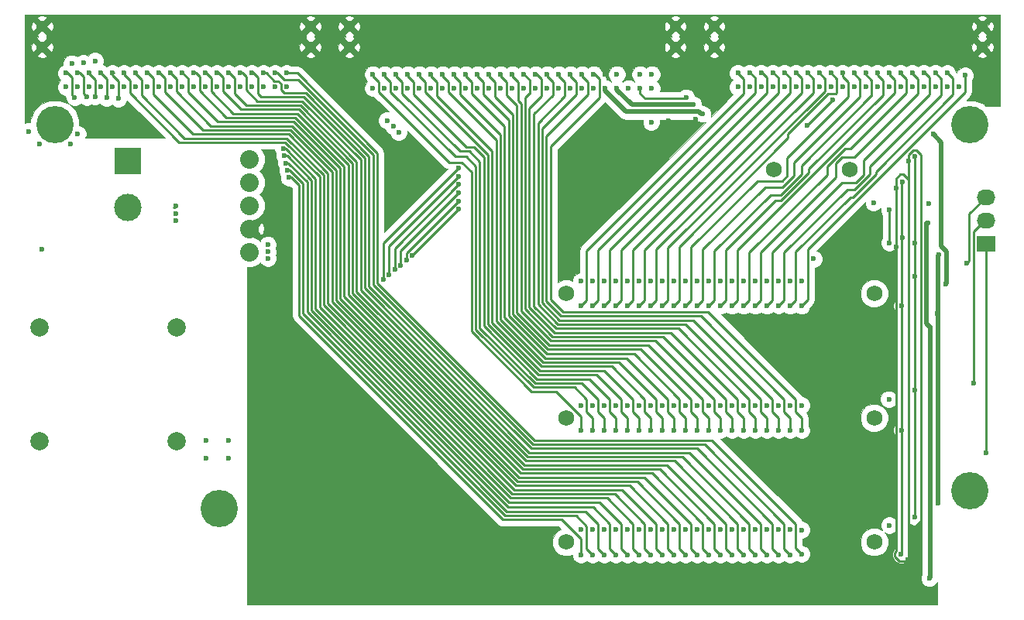
<source format=gbr>
G04 #@! TF.FileFunction,Copper,L4,Bot,Signal*
%FSLAX46Y46*%
G04 Gerber Fmt 4.6, Leading zero omitted, Abs format (unit mm)*
G04 Created by KiCad (PCBNEW 4.0.1-stable) date 2017-04-28 7:38:59 AM*
%MOMM*%
G01*
G04 APERTURE LIST*
%ADD10C,0.100000*%
%ADD11C,1.750000*%
%ADD12C,2.000000*%
%ADD13R,2.032000X1.727200*%
%ADD14O,2.032000X1.727200*%
%ADD15C,1.270000*%
%ADD16R,3.000000X3.000000*%
%ADD17C,3.000000*%
%ADD18C,2.032000*%
%ADD19C,4.064000*%
%ADD20C,0.600000*%
%ADD21C,0.250000*%
%ADD22C,0.500000*%
G04 APERTURE END LIST*
D10*
D11*
X136865900Y-48849500D03*
X128610900Y-48849500D03*
D12*
X63300000Y-78650000D03*
X63300000Y-66150000D03*
X48300000Y-78650000D03*
X48300000Y-66150000D03*
D13*
X151800000Y-57000000D03*
D14*
X151800000Y-54460000D03*
X151800000Y-51920000D03*
D15*
X77927400Y-33237000D03*
X48615800Y-33237000D03*
X77927400Y-35497600D03*
X48615800Y-35497600D03*
X151384200Y-33237000D03*
X122072600Y-33237000D03*
X151384200Y-35497600D03*
X122072600Y-35497600D03*
D16*
X58000000Y-48000000D03*
D17*
X58000000Y-53080000D03*
D15*
X117830800Y-33237000D03*
X82169200Y-33237000D03*
X117830800Y-35497600D03*
X82169200Y-35497600D03*
D18*
X71270000Y-57930000D03*
X71270000Y-55390000D03*
X71270000Y-52850000D03*
X71270000Y-50310000D03*
X71270000Y-47770000D03*
D19*
X50000000Y-44000000D03*
X150000000Y-44000000D03*
X150000000Y-84000000D03*
X68000000Y-86000000D03*
D11*
X105910900Y-62449000D03*
X139565900Y-62449000D03*
X105910900Y-76049000D03*
X139565900Y-76049000D03*
X105910900Y-89649000D03*
X139565900Y-89649000D03*
D20*
X132940000Y-58660000D03*
X115200000Y-43690000D03*
X144000000Y-56900000D03*
X144010000Y-47490000D03*
X144000000Y-73000000D03*
X144000000Y-86900000D03*
X144000000Y-60600000D03*
X112700000Y-39993400D03*
X136708400Y-77412980D03*
X66500000Y-78500000D03*
X143300000Y-48000000D03*
X136708400Y-63812980D03*
X135438400Y-63812980D03*
X134168400Y-63812980D03*
X112700000Y-38469400D03*
X110160000Y-38469400D03*
X141950000Y-50930000D03*
X117050000Y-43590000D03*
X118570000Y-43790000D03*
X141950000Y-57370000D03*
X143200000Y-91600000D03*
X120060000Y-43410000D03*
X69000000Y-78500000D03*
X145500000Y-52600000D03*
X120800000Y-42800000D03*
X110160000Y-39993400D03*
X111430000Y-38469400D03*
X142610000Y-56320000D03*
X142610000Y-50210000D03*
X142600000Y-77400000D03*
X142600000Y-63800000D03*
X142500000Y-91000000D03*
X141180000Y-74020000D03*
X141210000Y-87800000D03*
X139500000Y-52500000D03*
X146890000Y-53380000D03*
X147400000Y-61400000D03*
X146000000Y-45000000D03*
X119800000Y-41800000D03*
X111430000Y-39993400D03*
X73300000Y-57900000D03*
X73300000Y-58600000D03*
X73300000Y-57100000D03*
X141200000Y-53300000D03*
X141210000Y-56910000D03*
X113970000Y-38469400D03*
X72796600Y-39866400D03*
X129088400Y-88285020D03*
X74066600Y-39866400D03*
X130358400Y-88285020D03*
X131630000Y-88320000D03*
X75336600Y-39866400D03*
X62636600Y-39866400D03*
X118928400Y-88285020D03*
X63906600Y-39866400D03*
X120198400Y-88285020D03*
X66446600Y-39866400D03*
X122738400Y-88285020D03*
X65176600Y-39866400D03*
X121468400Y-88285020D03*
X126548400Y-88285020D03*
X70256600Y-39866400D03*
X71526600Y-39866400D03*
X127818400Y-88285020D03*
X68986600Y-39866400D03*
X125278400Y-88285020D03*
X67716600Y-39866400D03*
X124008400Y-88285020D03*
X94140000Y-53220000D03*
X89090000Y-58300000D03*
X113848400Y-88285020D03*
X57556600Y-39866400D03*
X58826600Y-39866400D03*
X115118400Y-88285020D03*
X61366600Y-39866400D03*
X117658400Y-88285020D03*
X60096600Y-39866400D03*
X116388400Y-88285020D03*
X94140000Y-51420000D03*
X87810000Y-59350000D03*
X111308400Y-88285020D03*
X55016600Y-39866400D03*
X88450000Y-58830000D03*
X112578400Y-88285020D03*
X94140000Y-52320000D03*
X56286600Y-39866400D03*
X94140000Y-50530000D03*
X54380000Y-37010000D03*
X53746600Y-39866400D03*
X87170000Y-59850000D03*
X110038400Y-88285020D03*
X87580000Y-44790000D03*
X146450000Y-64600000D03*
X146600000Y-58200000D03*
X146500000Y-71600000D03*
X146500000Y-85400000D03*
X71526600Y-38342400D03*
X127818400Y-91012980D03*
X72796600Y-38342400D03*
X129088400Y-91012980D03*
X75336600Y-38342400D03*
X131630000Y-90950000D03*
X74066600Y-38342400D03*
X130358400Y-91012980D03*
X61366600Y-38342400D03*
X117658400Y-91012980D03*
X62636600Y-38342400D03*
X118928400Y-91012980D03*
X65176600Y-38342400D03*
X121468400Y-91012980D03*
X63906600Y-38342400D03*
X120198400Y-91012980D03*
X110038400Y-91012980D03*
X75270000Y-48180000D03*
X53746600Y-38342400D03*
X54380000Y-40930000D03*
X111308400Y-91012980D03*
X75120000Y-47390000D03*
X55016600Y-38342400D03*
X55670000Y-41050000D03*
X108768400Y-91012980D03*
X53510000Y-40970000D03*
X75420000Y-48980000D03*
X52476600Y-38342400D03*
X107498400Y-91012980D03*
X52170000Y-41000000D03*
X75590000Y-49770000D03*
X51206600Y-38342400D03*
X112578400Y-91012980D03*
X56920000Y-41140000D03*
X74970000Y-46600000D03*
X56286600Y-38342400D03*
X57556600Y-38342400D03*
X113848400Y-91012980D03*
X60096600Y-38342400D03*
X116388400Y-91012980D03*
X58826600Y-38342400D03*
X115118400Y-91012980D03*
X94140000Y-48730000D03*
X51850000Y-37290000D03*
X86310000Y-43530000D03*
X51206600Y-39866400D03*
X85900000Y-60880000D03*
X107498400Y-88285020D03*
X86540000Y-60380000D03*
X94140000Y-49630000D03*
X108768400Y-88285020D03*
X52476600Y-39866400D03*
X87010000Y-44160000D03*
X53120000Y-37230000D03*
X66446600Y-38342400D03*
X122738400Y-91012980D03*
X67716600Y-38342400D03*
X124008400Y-91012980D03*
X70256600Y-38342400D03*
X126548400Y-91012980D03*
X68986600Y-38342400D03*
X125278400Y-91012980D03*
X102540000Y-39993400D03*
X125278400Y-74685020D03*
X103810000Y-39993400D03*
X126548400Y-74685020D03*
X106350000Y-39993400D03*
X129088400Y-74685020D03*
X105080000Y-39993400D03*
X127818400Y-74685020D03*
X131628400Y-74685020D03*
X108890000Y-39993400D03*
X107620000Y-39993400D03*
X130358400Y-74685020D03*
X125278400Y-77412980D03*
X102540000Y-38469400D03*
X103810000Y-38469400D03*
X126548400Y-77412980D03*
X106350000Y-38469400D03*
X129088400Y-77412980D03*
X105080000Y-38469400D03*
X127818400Y-77412980D03*
X131628400Y-77412980D03*
X108890000Y-38469400D03*
X107620000Y-38469400D03*
X130358400Y-77412980D03*
X97460000Y-38469400D03*
X120198400Y-77412980D03*
X98730000Y-38469400D03*
X121468400Y-77412980D03*
X124008400Y-77412980D03*
X101270000Y-38469400D03*
X100000000Y-38469400D03*
X122738400Y-77412980D03*
X97460000Y-39993400D03*
X120198400Y-74685020D03*
X98730000Y-39993400D03*
X121468400Y-74685020D03*
X101270000Y-39993400D03*
X124008400Y-74685020D03*
X100000000Y-39993400D03*
X122738400Y-74685020D03*
X94920000Y-39993400D03*
X117658400Y-74685020D03*
X96190000Y-39993400D03*
X118928400Y-74685020D03*
X87300000Y-39993400D03*
X110038400Y-74685020D03*
X88570000Y-39993400D03*
X111308400Y-74685020D03*
X108768400Y-74685020D03*
X86030000Y-39993400D03*
X112578400Y-74685020D03*
X89840000Y-39993400D03*
X91110000Y-39993400D03*
X113848400Y-74685020D03*
X93650000Y-39993400D03*
X116388400Y-74685020D03*
X115118400Y-74685020D03*
X92380000Y-39993400D03*
X94920000Y-38469400D03*
X117658400Y-77412980D03*
X96190000Y-38469400D03*
X118928400Y-77412980D03*
X87300000Y-38469400D03*
X110038400Y-77412980D03*
X88570000Y-38469400D03*
X111308400Y-77412980D03*
X86030000Y-38469400D03*
X108768400Y-77412980D03*
X84760000Y-38469400D03*
X107498400Y-77412980D03*
X89840000Y-38469400D03*
X112578400Y-77412980D03*
X91110000Y-38469400D03*
X113848400Y-77412980D03*
X116388400Y-77412980D03*
X93650000Y-38469400D03*
X92380000Y-38469400D03*
X115118400Y-77412980D03*
X107498400Y-74685020D03*
X84760000Y-39993400D03*
X142443400Y-39866400D03*
X125278400Y-61085020D03*
X126548400Y-61085020D03*
X143713400Y-39866400D03*
X129088400Y-61085020D03*
X146253400Y-39866400D03*
X144983400Y-39866400D03*
X127818400Y-61085020D03*
X131628400Y-61085020D03*
X148793400Y-39866400D03*
X147523400Y-39866400D03*
X130358400Y-61085020D03*
X142443400Y-38342400D03*
X125278400Y-63812980D03*
X143713400Y-38342400D03*
X126548400Y-63812980D03*
X146253400Y-38342400D03*
X129100000Y-63780000D03*
X144983400Y-38342400D03*
X127818400Y-63812980D03*
X131628400Y-63812980D03*
X149500000Y-38600000D03*
X130358400Y-63812980D03*
X147550000Y-38325000D03*
X120198400Y-63812980D03*
X137363400Y-38342400D03*
X138633400Y-38342400D03*
X121468400Y-63812980D03*
X141173400Y-38342400D03*
X124008400Y-63812980D03*
X139903400Y-38342400D03*
X122740000Y-63810000D03*
X120198400Y-61085020D03*
X137363400Y-39866400D03*
X138633400Y-39866400D03*
X121468400Y-61085020D03*
X141173400Y-39866400D03*
X124008400Y-61085020D03*
X139903400Y-39866400D03*
X122738400Y-61085020D03*
X117658400Y-61085020D03*
X134823400Y-39866400D03*
X136093400Y-39866400D03*
X118928400Y-61085020D03*
X110038400Y-61085020D03*
X127203400Y-39866400D03*
X111308400Y-61085020D03*
X128473400Y-39866400D03*
X108768400Y-61085020D03*
X125933400Y-39866400D03*
X112578400Y-61085020D03*
X129743400Y-39866400D03*
X113848400Y-61085020D03*
X131013400Y-39866400D03*
X116388400Y-61085020D03*
X133553400Y-39866400D03*
X115118400Y-61085020D03*
X132283400Y-39866400D03*
X117658400Y-63812980D03*
X134823400Y-38342400D03*
X136093400Y-38342400D03*
X118928400Y-63812980D03*
X127203400Y-38342400D03*
X110038400Y-63812980D03*
X128473400Y-38342400D03*
X111308400Y-63812980D03*
X125933400Y-38342400D03*
X108768400Y-63812980D03*
X107498400Y-63812980D03*
X124663400Y-38342400D03*
X129743400Y-38342400D03*
X112578400Y-63812980D03*
X113848400Y-63812980D03*
X131013400Y-38342400D03*
X133553400Y-38342400D03*
X116388400Y-63812980D03*
X115118400Y-63812980D03*
X132283400Y-38342400D03*
X107498400Y-61085020D03*
X124663400Y-39866400D03*
X113970000Y-39993400D03*
X119000000Y-41000000D03*
X135000000Y-41300000D03*
X132200000Y-44100000D03*
X151800000Y-79900000D03*
X150400000Y-72300000D03*
X149700000Y-59100000D03*
X145400000Y-54700000D03*
X145700000Y-79700000D03*
X145700000Y-66200000D03*
X145600000Y-93600000D03*
X69000000Y-80500000D03*
X66500000Y-80500000D03*
X48600000Y-57600000D03*
X63200000Y-53700000D03*
X63200000Y-54500000D03*
X63206000Y-52905000D03*
X48300000Y-46100000D03*
X51700000Y-46100000D03*
X52500000Y-45000000D03*
X47100000Y-44700000D03*
X115240000Y-38469400D03*
X115240000Y-39993400D03*
D21*
X115290000Y-43600000D02*
X115200000Y-43690000D01*
X144000000Y-60600000D02*
X144000000Y-56900000D01*
X144000000Y-56900000D02*
X144000000Y-47500000D01*
X144000000Y-47500000D02*
X144010000Y-47490000D01*
X144000000Y-86900000D02*
X144000000Y-73000000D01*
X144000000Y-73000000D02*
X144000000Y-60600000D01*
X112700000Y-39990000D02*
X112700000Y-39993400D01*
X136700000Y-77404580D02*
X136700000Y-77400000D01*
X136708400Y-77412980D02*
X136700000Y-77404580D01*
X144210000Y-46800000D02*
X143810000Y-46800000D01*
X144700000Y-47290000D02*
X144210000Y-46800000D01*
X143810000Y-46800000D02*
X143290000Y-47320000D01*
X143290000Y-47320000D02*
X143290000Y-48000000D01*
X143300000Y-48000000D02*
X143290000Y-48000000D01*
X143290000Y-48000000D02*
X143300000Y-48000000D01*
X143300000Y-48000000D02*
X143290000Y-48000000D01*
X143300000Y-49970000D02*
X142770000Y-49440000D01*
X142770000Y-49440000D02*
X142420000Y-49440000D01*
X142420000Y-49440000D02*
X141950000Y-49910000D01*
X143290000Y-49960000D02*
X143300000Y-49970000D01*
X143290000Y-48000000D02*
X143290000Y-49960000D01*
X136700000Y-63800000D02*
X136700000Y-63804580D01*
X136700000Y-63804580D02*
X136708400Y-63812980D01*
X135400000Y-63800000D02*
X135425420Y-63800000D01*
X135425420Y-63800000D02*
X135438400Y-63812980D01*
X134181380Y-63800000D02*
X134200000Y-63800000D01*
X134168400Y-63812980D02*
X134181380Y-63800000D01*
X143300000Y-88700000D02*
X143300000Y-49970000D01*
X112700000Y-38469400D02*
X112700000Y-38480000D01*
X112700600Y-38470000D02*
X112700000Y-38469400D01*
X112710000Y-38470000D02*
X112700600Y-38470000D01*
X110160000Y-38469400D02*
X110199400Y-38469400D01*
X110160000Y-38470000D02*
X110160000Y-38469400D01*
X141950000Y-50930000D02*
X141950000Y-57370000D01*
X141950000Y-49910000D02*
X141950000Y-50930000D01*
X144700000Y-87300000D02*
X143300000Y-88700000D01*
X144700000Y-87300000D02*
X144700000Y-47290000D01*
X143300000Y-91500000D02*
X143300000Y-88700000D01*
X141950000Y-57370000D02*
X141950000Y-90650000D01*
X141950000Y-90650000D02*
X141800000Y-90800000D01*
X141800000Y-90800000D02*
X141800000Y-91200000D01*
X141800000Y-91200000D02*
X142300000Y-91700000D01*
X142300000Y-91700000D02*
X143100000Y-91700000D01*
X143100000Y-91700000D02*
X143200000Y-91600000D01*
X143200000Y-91600000D02*
X143300000Y-91500000D01*
D22*
X110160000Y-40260000D02*
X112450000Y-42550000D01*
X120600000Y-42800000D02*
X120370000Y-42570000D01*
X120370000Y-42570000D02*
X112450000Y-42570000D01*
X112450000Y-42570000D02*
X112450000Y-42550000D01*
X120800000Y-42800000D02*
X120600000Y-42800000D01*
D21*
X110160000Y-39993400D02*
X110160000Y-39990000D01*
D22*
X110160000Y-39993400D02*
X110160000Y-40260000D01*
D21*
X111430000Y-38469400D02*
X111439400Y-38469400D01*
X111430000Y-38470000D02*
X111430000Y-38469400D01*
X142600000Y-56330000D02*
X142600000Y-56420000D01*
X142610000Y-56320000D02*
X142600000Y-56330000D01*
X142600000Y-63800000D02*
X142600000Y-56420000D01*
X142600000Y-56420000D02*
X142600000Y-50220000D01*
X142600000Y-50220000D02*
X142610000Y-50210000D01*
X142600000Y-63800000D02*
X142600000Y-77400000D01*
X142600000Y-77400000D02*
X142600000Y-90900000D01*
X142600000Y-90900000D02*
X142500000Y-91000000D01*
D22*
X146890000Y-53380000D02*
X146900000Y-53380000D01*
X146900000Y-53380000D02*
X146890000Y-53380000D01*
X146890000Y-53380000D02*
X146900000Y-53380000D01*
X147400000Y-61400000D02*
X147500000Y-61300000D01*
X147500000Y-61300000D02*
X147500000Y-57900000D01*
X147500000Y-57900000D02*
X146900000Y-57300000D01*
X146900000Y-57300000D02*
X146900000Y-53380000D01*
X146900000Y-53380000D02*
X146900000Y-45900000D01*
X146900000Y-45900000D02*
X146000000Y-45000000D01*
X119800000Y-41800000D02*
X113100000Y-41800000D01*
X113100000Y-41800000D02*
X111430000Y-40130000D01*
X111430000Y-40130000D02*
X111430000Y-39993400D01*
X111423400Y-40000000D02*
X111400000Y-40000000D01*
X111423400Y-40000000D02*
X111430000Y-39993400D01*
D21*
X141200000Y-53300000D02*
X141200000Y-56900000D01*
X141200000Y-56900000D02*
X141210000Y-56910000D01*
X72800000Y-39869800D02*
X72796600Y-39866400D01*
X72800000Y-39870000D02*
X72800000Y-39869800D01*
X129083380Y-88280000D02*
X129088400Y-88285020D01*
X129083380Y-88280000D02*
X129080000Y-88280000D01*
X74070000Y-39869800D02*
X74066600Y-39866400D01*
X74070000Y-39870000D02*
X74070000Y-39869800D01*
X130353380Y-88280000D02*
X130358400Y-88285020D01*
X130353380Y-88280000D02*
X130340000Y-88280000D01*
X75333000Y-39870000D02*
X75330000Y-39870000D01*
X75333000Y-39870000D02*
X75336600Y-39866400D01*
X62640000Y-39869800D02*
X62636600Y-39866400D01*
X62640000Y-39870000D02*
X62640000Y-39869800D01*
X118923380Y-88280000D02*
X118928400Y-88285020D01*
X118923380Y-88280000D02*
X118910000Y-88280000D01*
X63903000Y-39870000D02*
X63906600Y-39866400D01*
X63900000Y-39870000D02*
X63903000Y-39870000D01*
X120203420Y-88280000D02*
X120198400Y-88285020D01*
X120203420Y-88280000D02*
X120210000Y-88280000D01*
X66450000Y-39869800D02*
X66446600Y-39866400D01*
X66450000Y-39870000D02*
X66450000Y-39869800D01*
X122733380Y-88280000D02*
X122738400Y-88285020D01*
X122733380Y-88280000D02*
X122720000Y-88280000D01*
X65180000Y-39869800D02*
X65176600Y-39866400D01*
X65180000Y-39870000D02*
X65180000Y-39869800D01*
X121463380Y-88280000D02*
X121468400Y-88285020D01*
X121463380Y-88280000D02*
X121460000Y-88280000D01*
X126530000Y-88280000D02*
X126543380Y-88280000D01*
X126543380Y-88280000D02*
X126548400Y-88285020D01*
X70260000Y-39869800D02*
X70260000Y-39870000D01*
X70260000Y-39869800D02*
X70256600Y-39866400D01*
X71523000Y-39870000D02*
X71526600Y-39866400D01*
X71520000Y-39870000D02*
X71523000Y-39870000D01*
X127823420Y-88280000D02*
X127818400Y-88285020D01*
X127823420Y-88280000D02*
X127830000Y-88280000D01*
X68990000Y-39869800D02*
X68986600Y-39866400D01*
X68990000Y-39870000D02*
X68990000Y-39869800D01*
X125273380Y-88280000D02*
X125278400Y-88285020D01*
X125273380Y-88280000D02*
X125270000Y-88280000D01*
X67713000Y-39870000D02*
X67716600Y-39866400D01*
X67710000Y-39870000D02*
X67713000Y-39870000D01*
X124013420Y-88280000D02*
X124008400Y-88285020D01*
X124013420Y-88280000D02*
X124020000Y-88280000D01*
X89090000Y-58300000D02*
X89090000Y-58270000D01*
X89090000Y-58270000D02*
X94140000Y-53220000D01*
X113843380Y-88280000D02*
X113848400Y-88285020D01*
X113840000Y-88280000D02*
X113843380Y-88280000D01*
X89130000Y-58260000D02*
X89090000Y-58300000D01*
X57560000Y-39869800D02*
X57556600Y-39866400D01*
X57560000Y-39870000D02*
X57560000Y-39869800D01*
X58830000Y-39869800D02*
X58826600Y-39866400D01*
X58830000Y-39870000D02*
X58830000Y-39869800D01*
X115113380Y-88280000D02*
X115118400Y-88285020D01*
X115113380Y-88280000D02*
X115100000Y-88280000D01*
X61370000Y-39869800D02*
X61366600Y-39866400D01*
X61370000Y-39870000D02*
X61370000Y-39869800D01*
X117653380Y-88280000D02*
X117658400Y-88285020D01*
X117653380Y-88280000D02*
X117650000Y-88280000D01*
X60093000Y-39870000D02*
X60096600Y-39866400D01*
X60090000Y-39870000D02*
X60093000Y-39870000D01*
X116393420Y-88280000D02*
X116388400Y-88285020D01*
X116393420Y-88280000D02*
X116400000Y-88280000D01*
X87810000Y-57750000D02*
X94140000Y-51420000D01*
X87810000Y-59350000D02*
X87810000Y-57750000D01*
X111290000Y-88280000D02*
X111303380Y-88280000D01*
X111303380Y-88280000D02*
X111308400Y-88285020D01*
X55013000Y-39870000D02*
X55010000Y-39870000D01*
X55013000Y-39870000D02*
X55016600Y-39866400D01*
X112590000Y-88280000D02*
X112583420Y-88280000D01*
X112583420Y-88280000D02*
X112578400Y-88285020D01*
X88450000Y-58010000D02*
X88450000Y-58830000D01*
X88450000Y-58010000D02*
X94140000Y-52320000D01*
X56283000Y-39870000D02*
X56286600Y-39866400D01*
X56283000Y-39870000D02*
X56280000Y-39870000D01*
X87170000Y-57500000D02*
X94140000Y-50530000D01*
X53740000Y-39870000D02*
X53743000Y-39870000D01*
X53743000Y-39870000D02*
X53746600Y-39866400D01*
X87170000Y-59850000D02*
X87170000Y-57500000D01*
X110033380Y-88280000D02*
X110030000Y-88280000D01*
X110033380Y-88280000D02*
X110038400Y-88285020D01*
D22*
X146450000Y-64600000D02*
X146500000Y-64600000D01*
X146600000Y-58200000D02*
X146500000Y-58300000D01*
X146500000Y-58300000D02*
X146500000Y-64600000D01*
X146500000Y-64600000D02*
X146500000Y-71600000D01*
X146500000Y-71600000D02*
X146500000Y-85400000D01*
D21*
X71526600Y-38342400D02*
X71692400Y-38342400D01*
X71524200Y-38340000D02*
X71526600Y-38342400D01*
X71520000Y-38340000D02*
X71524200Y-38340000D01*
X127190000Y-90384580D02*
X127818400Y-91012980D01*
X127190000Y-87660000D02*
X127190000Y-90384580D01*
X119390006Y-79860006D02*
X127190000Y-87660000D01*
X101870812Y-79860006D02*
X119390006Y-79860006D01*
X83889994Y-61879188D02*
X101870812Y-79860006D01*
X83889994Y-47629188D02*
X83889994Y-61879188D01*
X77230808Y-40970002D02*
X83889994Y-47629188D01*
X72520002Y-40970002D02*
X77230808Y-40970002D01*
X72160000Y-40610000D02*
X72520002Y-40970002D01*
X72160000Y-38810000D02*
X72160000Y-40610000D01*
X71692400Y-38342400D02*
X72160000Y-38810000D01*
X72796600Y-38342400D02*
X73142400Y-38342400D01*
X72799000Y-38340000D02*
X72796600Y-38342400D01*
X72800000Y-38340000D02*
X72799000Y-38340000D01*
X128450000Y-90374580D02*
X129088400Y-91012980D01*
X128450000Y-87650000D02*
X128450000Y-90374580D01*
X120210004Y-79410004D02*
X128450000Y-87650000D01*
X102057208Y-79410004D02*
X120210004Y-79410004D01*
X84339996Y-61692792D02*
X102057208Y-79410004D01*
X84339996Y-47442792D02*
X84339996Y-61692792D01*
X77417204Y-40520000D02*
X84339996Y-47442792D01*
X75090000Y-40520000D02*
X77417204Y-40520000D01*
X74700000Y-40130000D02*
X75090000Y-40520000D01*
X74700000Y-39500000D02*
X74700000Y-40130000D01*
X74400000Y-39200000D02*
X74700000Y-39500000D01*
X74000000Y-39200000D02*
X74400000Y-39200000D01*
X73142400Y-38342400D02*
X74000000Y-39200000D01*
X75336600Y-38342400D02*
X76512400Y-38342400D01*
X75334200Y-38340000D02*
X75336600Y-38342400D01*
X75330000Y-38340000D02*
X75334200Y-38340000D01*
X130990000Y-90310000D02*
X131630000Y-90950000D01*
X130990000Y-87660000D02*
X130990000Y-90310000D01*
X121840000Y-78510000D02*
X130990000Y-87660000D01*
X102430000Y-78510000D02*
X121840000Y-78510000D01*
X85240000Y-61320000D02*
X102430000Y-78510000D01*
X85240000Y-47070000D02*
X85240000Y-61320000D01*
X76512400Y-38342400D02*
X85240000Y-47070000D01*
X74066600Y-38342400D02*
X74352400Y-38342400D01*
X74069000Y-38340000D02*
X74066600Y-38342400D01*
X74070000Y-38340000D02*
X74069000Y-38340000D01*
X129720000Y-90374580D02*
X130358400Y-91012980D01*
X129720000Y-87660000D02*
X129720000Y-90374580D01*
X121020002Y-78960002D02*
X129720000Y-87660000D01*
X102243604Y-78960002D02*
X121020002Y-78960002D01*
X84789998Y-61506396D02*
X102243604Y-78960002D01*
X84789998Y-47256396D02*
X84789998Y-61506396D01*
X76563602Y-39030000D02*
X84789998Y-47256396D01*
X75040000Y-39030000D02*
X76563602Y-39030000D01*
X74352400Y-38342400D02*
X75040000Y-39030000D01*
X61366600Y-38342400D02*
X61452400Y-38342400D01*
X61369000Y-38340000D02*
X61366600Y-38342400D01*
X61370000Y-38340000D02*
X61369000Y-38340000D01*
X117020000Y-90374580D02*
X117658400Y-91012980D01*
X117020000Y-87640000D02*
X117020000Y-90374580D01*
X112840022Y-83460022D02*
X117020000Y-87640000D01*
X100379644Y-83460022D02*
X112840022Y-83460022D01*
X80289978Y-63370356D02*
X100379644Y-83460022D01*
X80289978Y-49120356D02*
X80289978Y-63370356D01*
X75739640Y-44570018D02*
X80289978Y-49120356D01*
X66170018Y-44570018D02*
X75739640Y-44570018D01*
X62000000Y-40400000D02*
X66170018Y-44570018D01*
X62000000Y-38890000D02*
X62000000Y-40400000D01*
X61452400Y-38342400D02*
X62000000Y-38890000D01*
X62636600Y-38342400D02*
X62662400Y-38342400D01*
X62639000Y-38340000D02*
X62636600Y-38342400D01*
X62640000Y-38340000D02*
X62639000Y-38340000D01*
X118290000Y-90374580D02*
X118928400Y-91012980D01*
X118290000Y-87650000D02*
X118290000Y-90374580D01*
X113650020Y-83010020D02*
X118290000Y-87650000D01*
X100566040Y-83010020D02*
X113650020Y-83010020D01*
X80739980Y-63183960D02*
X100566040Y-83010020D01*
X80739980Y-48933960D02*
X80739980Y-63183960D01*
X75926036Y-44120016D02*
X80739980Y-48933960D01*
X67060016Y-44120016D02*
X75926036Y-44120016D01*
X63270000Y-40330000D02*
X67060016Y-44120016D01*
X63270000Y-38950000D02*
X63270000Y-40330000D01*
X62662400Y-38342400D02*
X63270000Y-38950000D01*
X65176600Y-38342400D02*
X65452400Y-38342400D01*
X65179000Y-38340000D02*
X65176600Y-38342400D01*
X65180000Y-38340000D02*
X65179000Y-38340000D01*
X120830000Y-90374580D02*
X121468400Y-91012980D01*
X120830000Y-87650000D02*
X120830000Y-90374580D01*
X115290016Y-82110016D02*
X120830000Y-87650000D01*
X100938832Y-82110016D02*
X115290016Y-82110016D01*
X81639984Y-62811168D02*
X100938832Y-82110016D01*
X81639984Y-48561168D02*
X81639984Y-62811168D01*
X76298828Y-43220012D02*
X81639984Y-48561168D01*
X68770012Y-43220012D02*
X76298828Y-43220012D01*
X65810000Y-40260000D02*
X68770012Y-43220012D01*
X65810000Y-38700000D02*
X65810000Y-40260000D01*
X65452400Y-38342400D02*
X65810000Y-38700000D01*
X63906600Y-38342400D02*
X63942400Y-38342400D01*
X63904200Y-38340000D02*
X63906600Y-38342400D01*
X63900000Y-38340000D02*
X63904200Y-38340000D01*
X119560000Y-90374580D02*
X120198400Y-91012980D01*
X119560000Y-87640000D02*
X119560000Y-90374580D01*
X114480018Y-82560018D02*
X119560000Y-87640000D01*
X100752436Y-82560018D02*
X114480018Y-82560018D01*
X81189982Y-62997564D02*
X100752436Y-82560018D01*
X81189982Y-48747564D02*
X81189982Y-62997564D01*
X76112432Y-43670014D02*
X81189982Y-48747564D01*
X67810014Y-43670014D02*
X76112432Y-43670014D01*
X64540000Y-40400000D02*
X67810014Y-43670014D01*
X64540000Y-38940000D02*
X64540000Y-40400000D01*
X63942400Y-38342400D02*
X64540000Y-38940000D01*
X75270000Y-48180000D02*
X75531234Y-48180000D01*
X53746600Y-38342400D02*
X53746600Y-38416600D01*
X53740000Y-38349000D02*
X53746600Y-38342400D01*
X53740000Y-38349000D02*
X53740000Y-38350000D01*
X54380000Y-39050000D02*
X54380000Y-40930000D01*
X53746600Y-38416600D02*
X54380000Y-39050000D01*
X109400000Y-90374580D02*
X110038400Y-91012980D01*
X109400000Y-87650000D02*
X109400000Y-90374580D01*
X108030002Y-86280002D02*
X109400000Y-87650000D01*
X99381236Y-86280002D02*
X108030002Y-86280002D01*
X77589966Y-64488732D02*
X99381236Y-86280002D01*
X77589966Y-50238732D02*
X77589966Y-64488732D01*
X75531234Y-48180000D02*
X77589966Y-50238732D01*
X75120000Y-47390000D02*
X75377632Y-47390000D01*
X55016600Y-38342400D02*
X55042400Y-38342400D01*
X55010000Y-38349000D02*
X55010000Y-38350000D01*
X55010000Y-38349000D02*
X55016600Y-38342400D01*
X55650000Y-41030000D02*
X55670000Y-41050000D01*
X55650000Y-38950000D02*
X55650000Y-41030000D01*
X55042400Y-38342400D02*
X55650000Y-38950000D01*
X110680000Y-90384580D02*
X111308400Y-91012980D01*
X110680000Y-87660000D02*
X110680000Y-90384580D01*
X108850000Y-85830000D02*
X110680000Y-87660000D01*
X99567632Y-85830000D02*
X108850000Y-85830000D01*
X78039968Y-64302336D02*
X99567632Y-85830000D01*
X78039968Y-50052336D02*
X78039968Y-64302336D01*
X75377632Y-47390000D02*
X78039968Y-50052336D01*
X75420000Y-48980000D02*
X75694836Y-48980000D01*
X52732400Y-38342400D02*
X53110000Y-38720000D01*
X53110000Y-38720000D02*
X53110000Y-40570000D01*
X53110000Y-40570000D02*
X53510000Y-40970000D01*
X52480000Y-38345800D02*
X52480000Y-38350000D01*
X52480000Y-38345800D02*
X52476600Y-38342400D01*
X52476600Y-38342400D02*
X52732400Y-38342400D01*
X108130000Y-90374580D02*
X108768400Y-91012980D01*
X108130000Y-87900000D02*
X108130000Y-90374580D01*
X106960004Y-86730004D02*
X108130000Y-87900000D01*
X99194840Y-86730004D02*
X106960004Y-86730004D01*
X77139964Y-64675128D02*
X99194840Y-86730004D01*
X77139964Y-50425128D02*
X77139964Y-64675128D01*
X75694836Y-48980000D02*
X77139964Y-50425128D01*
X107498400Y-91012980D02*
X107498400Y-89318400D01*
X105360006Y-87180006D02*
X99008444Y-87180006D01*
X107498400Y-89318400D02*
X105360006Y-87180006D01*
X99008444Y-87180006D02*
X98994219Y-87165781D01*
X75590000Y-49770000D02*
X75848438Y-49770000D01*
X51402400Y-38342400D02*
X51840000Y-38780000D01*
X51840000Y-38780000D02*
X51840000Y-40670000D01*
X51840000Y-40670000D02*
X52170000Y-41000000D01*
X51210000Y-38345800D02*
X51210000Y-38350000D01*
X51210000Y-38345800D02*
X51206600Y-38342400D01*
X51206600Y-38342400D02*
X51402400Y-38342400D01*
X76689962Y-64861524D02*
X98994219Y-87165781D01*
X98994219Y-87165781D02*
X99008444Y-87180006D01*
X76689962Y-50611524D02*
X76689962Y-64861524D01*
X75848438Y-49770000D02*
X76689962Y-50611524D01*
X74970000Y-46600000D02*
X75224030Y-46600000D01*
X56286600Y-38576600D02*
X56920000Y-39210000D01*
X56920000Y-39210000D02*
X56920000Y-41140000D01*
X56286600Y-38576600D02*
X56286600Y-38342400D01*
X111940000Y-90374580D02*
X112578400Y-91012980D01*
X111940000Y-87650000D02*
X111940000Y-90374580D01*
X109550030Y-85260030D02*
X111940000Y-87650000D01*
X99634060Y-85260030D02*
X109550030Y-85260030D01*
X78489970Y-64115940D02*
X99634060Y-85260030D01*
X78489970Y-49865940D02*
X78489970Y-64115940D01*
X75224030Y-46600000D02*
X78489970Y-49865940D01*
X56286600Y-38342400D02*
X56487600Y-38342400D01*
X56280000Y-38349000D02*
X56286600Y-38342400D01*
X56280000Y-38349000D02*
X56280000Y-38350000D01*
X57556600Y-38342400D02*
X57556600Y-38506600D01*
X57559000Y-38340000D02*
X57556600Y-38342400D01*
X57560000Y-38340000D02*
X57559000Y-38340000D01*
X113210000Y-90374580D02*
X113848400Y-91012980D01*
X113210000Y-87640000D02*
X113210000Y-90374580D01*
X110380028Y-84810028D02*
X113210000Y-87640000D01*
X99820456Y-84810028D02*
X110380028Y-84810028D01*
X78939972Y-63929544D02*
X99820456Y-84810028D01*
X78939972Y-49679544D02*
X78939972Y-63929544D01*
X75180452Y-45920024D02*
X78939972Y-49679544D01*
X63570024Y-45920024D02*
X75180452Y-45920024D01*
X58190000Y-40540000D02*
X63570024Y-45920024D01*
X58190000Y-39140000D02*
X58190000Y-40540000D01*
X57556600Y-38506600D02*
X58190000Y-39140000D01*
X60096600Y-38342400D02*
X60142400Y-38342400D01*
X60094200Y-38340000D02*
X60096600Y-38342400D01*
X60090000Y-38340000D02*
X60094200Y-38340000D01*
X115760000Y-90384580D02*
X116388400Y-91012980D01*
X115760000Y-87670000D02*
X115760000Y-90384580D01*
X112000024Y-83910024D02*
X115760000Y-87670000D01*
X100193248Y-83910024D02*
X112000024Y-83910024D01*
X79839976Y-63556752D02*
X100193248Y-83910024D01*
X79839976Y-49306752D02*
X79839976Y-63556752D01*
X75553244Y-45020020D02*
X79839976Y-49306752D01*
X65080020Y-45020020D02*
X75553244Y-45020020D01*
X60740000Y-40680000D02*
X65080020Y-45020020D01*
X60740000Y-38940000D02*
X60740000Y-40680000D01*
X60142400Y-38342400D02*
X60740000Y-38940000D01*
X58826600Y-38342400D02*
X58826600Y-38406600D01*
X58829000Y-38340000D02*
X58826600Y-38342400D01*
X58830000Y-38340000D02*
X58829000Y-38340000D01*
X114480000Y-90374580D02*
X115118400Y-91012980D01*
X114480000Y-87640000D02*
X114480000Y-90374580D01*
X111200026Y-84360026D02*
X114480000Y-87640000D01*
X100006852Y-84360026D02*
X111200026Y-84360026D01*
X79389974Y-63743148D02*
X100006852Y-84360026D01*
X79389974Y-49493148D02*
X79389974Y-63743148D01*
X75366848Y-45470022D02*
X79389974Y-49493148D01*
X64170022Y-45470022D02*
X75366848Y-45470022D01*
X59460000Y-40760000D02*
X64170022Y-45470022D01*
X59460000Y-39040000D02*
X59460000Y-40760000D01*
X58826600Y-38406600D02*
X59460000Y-39040000D01*
X85900000Y-56970000D02*
X94140000Y-48730000D01*
X51210000Y-39870000D02*
X51210000Y-39869800D01*
X51210000Y-39869800D02*
X51206600Y-39866400D01*
X85900000Y-60880000D02*
X85900000Y-56970000D01*
X107493380Y-88280000D02*
X107480000Y-88280000D01*
X107493380Y-88280000D02*
X107498400Y-88285020D01*
X86540000Y-60380000D02*
X86540000Y-57230000D01*
X86540000Y-57230000D02*
X94140000Y-49630000D01*
X108780000Y-88280000D02*
X108773420Y-88280000D01*
X108773420Y-88280000D02*
X108768400Y-88285020D01*
X52473000Y-39870000D02*
X52476600Y-39866400D01*
X52460000Y-39870000D02*
X52473000Y-39870000D01*
X66446600Y-38342400D02*
X66522400Y-38342400D01*
X66449000Y-38340000D02*
X66446600Y-38342400D01*
X66450000Y-38340000D02*
X66449000Y-38340000D01*
X122110000Y-90384580D02*
X122738400Y-91012980D01*
X122110000Y-87660000D02*
X122110000Y-90384580D01*
X116110014Y-81660014D02*
X122110000Y-87660000D01*
X101125228Y-81660014D02*
X116110014Y-81660014D01*
X82089986Y-62624772D02*
X101125228Y-81660014D01*
X82089986Y-48374772D02*
X82089986Y-62624772D01*
X76485224Y-42770010D02*
X82089986Y-48374772D01*
X69490010Y-42770010D02*
X76485224Y-42770010D01*
X67080000Y-40360000D02*
X69490010Y-42770010D01*
X67080000Y-38900000D02*
X67080000Y-40360000D01*
X66522400Y-38342400D02*
X67080000Y-38900000D01*
X67716600Y-38342400D02*
X67922400Y-38342400D01*
X67714200Y-38340000D02*
X67716600Y-38342400D01*
X67710000Y-38340000D02*
X67714200Y-38340000D01*
X123370000Y-90374580D02*
X124008400Y-91012980D01*
X123370000Y-87650000D02*
X123370000Y-90374580D01*
X116930012Y-81210012D02*
X123370000Y-87650000D01*
X101311624Y-81210012D02*
X116930012Y-81210012D01*
X82539988Y-62438376D02*
X101311624Y-81210012D01*
X82539988Y-48188376D02*
X82539988Y-62438376D01*
X76671620Y-42320008D02*
X82539988Y-48188376D01*
X70370008Y-42320008D02*
X76671620Y-42320008D01*
X68360000Y-40310000D02*
X70370008Y-42320008D01*
X68360000Y-38780000D02*
X68360000Y-40310000D01*
X67922400Y-38342400D02*
X68360000Y-38780000D01*
X70256600Y-38342400D02*
X70482400Y-38342400D01*
X70259000Y-38340000D02*
X70256600Y-38342400D01*
X70260000Y-38340000D02*
X70259000Y-38340000D01*
X125910000Y-90374580D02*
X126548400Y-91012980D01*
X125910000Y-87660000D02*
X125910000Y-90374580D01*
X118560008Y-80310008D02*
X125910000Y-87660000D01*
X101684416Y-80310008D02*
X118560008Y-80310008D01*
X83439992Y-62065584D02*
X101684416Y-80310008D01*
X83439992Y-47815584D02*
X83439992Y-62065584D01*
X77044412Y-41420004D02*
X83439992Y-47815584D01*
X72150004Y-41420004D02*
X77044412Y-41420004D01*
X70890000Y-40160000D02*
X72150004Y-41420004D01*
X70890000Y-38750000D02*
X70890000Y-40160000D01*
X70482400Y-38342400D02*
X70890000Y-38750000D01*
X68986600Y-38342400D02*
X69032400Y-38342400D01*
X68989000Y-38340000D02*
X68986600Y-38342400D01*
X68990000Y-38340000D02*
X68989000Y-38340000D01*
X124640000Y-90374580D02*
X125278400Y-91012980D01*
X124640000Y-87640000D02*
X124640000Y-90374580D01*
X117760010Y-80760010D02*
X124640000Y-87640000D01*
X101498020Y-80760010D02*
X117760010Y-80760010D01*
X82989990Y-62251980D02*
X101498020Y-80760010D01*
X82989990Y-48001980D02*
X82989990Y-62251980D01*
X76858016Y-41870006D02*
X82989990Y-48001980D01*
X70910006Y-41870006D02*
X76858016Y-41870006D01*
X69620000Y-40580000D02*
X70910006Y-41870006D01*
X69620000Y-38930000D02*
X69620000Y-40580000D01*
X69032400Y-38342400D02*
X69620000Y-38930000D01*
X102540000Y-39990000D02*
X102540000Y-39993400D01*
X125280000Y-74683420D02*
X125280000Y-74680000D01*
X125280000Y-74683420D02*
X125278400Y-74685020D01*
X103810000Y-39990000D02*
X103810000Y-39993400D01*
X126543380Y-74680000D02*
X126540000Y-74680000D01*
X126543380Y-74680000D02*
X126548400Y-74685020D01*
X106340000Y-39990000D02*
X106346600Y-39990000D01*
X106346600Y-39990000D02*
X106350000Y-39993400D01*
X129083380Y-74680000D02*
X129080000Y-74680000D01*
X129083380Y-74680000D02*
X129088400Y-74685020D01*
X105080000Y-39990000D02*
X105080000Y-39993400D01*
X127823420Y-74680000D02*
X127830000Y-74680000D01*
X127823420Y-74680000D02*
X127818400Y-74685020D01*
X131630000Y-74680000D02*
X131630000Y-74683420D01*
X131630000Y-74683420D02*
X131628400Y-74685020D01*
X108890000Y-39993400D02*
X108890000Y-39990000D01*
X107620000Y-39993400D02*
X107620000Y-39990000D01*
X130363420Y-74680000D02*
X130358400Y-74685020D01*
X130363420Y-74680000D02*
X130370000Y-74680000D01*
X101850033Y-63970293D02*
X104599723Y-66719983D01*
X101850033Y-42199973D02*
X101850033Y-63970293D01*
X124640000Y-75414600D02*
X125278400Y-76053000D01*
X124640000Y-74040000D02*
X124640000Y-75414600D01*
X125278400Y-76053000D02*
X125278400Y-77412980D01*
X117319983Y-66719983D02*
X124640000Y-74040000D01*
X103170000Y-40880006D02*
X101850033Y-42199973D01*
X103170000Y-38980000D02*
X103170000Y-40880006D01*
X104599723Y-66719983D02*
X117319983Y-66719983D01*
X125280000Y-77414580D02*
X125278400Y-77412980D01*
X125280000Y-77414580D02*
X125280000Y-77420000D01*
X102540000Y-38469400D02*
X102659400Y-38469400D01*
X102659400Y-38469400D02*
X103170000Y-38980000D01*
X102540000Y-38470000D02*
X102540000Y-38469400D01*
X103170000Y-38980000D02*
X103180000Y-38990000D01*
X126548400Y-77412980D02*
X126548400Y-76053000D01*
X126548400Y-76053000D02*
X125910000Y-75414600D01*
X104440000Y-40740000D02*
X104440000Y-39302600D01*
X104440000Y-39302600D02*
X103810000Y-38672600D01*
X104786122Y-66269972D02*
X102360000Y-63843850D01*
X125910000Y-74040000D02*
X118139972Y-66269972D01*
X102360000Y-42820000D02*
X104440000Y-40740000D01*
X103810000Y-38672600D02*
X103810000Y-38469400D01*
X102360000Y-63843850D02*
X102360000Y-42820000D01*
X125910000Y-75414600D02*
X125910000Y-74040000D01*
X118139972Y-66269972D02*
X104786122Y-66269972D01*
X103810000Y-38470000D02*
X103810000Y-38469400D01*
X126541380Y-77420000D02*
X126540000Y-77420000D01*
X126541380Y-77420000D02*
X126548400Y-77412980D01*
X128450000Y-74050000D02*
X128450000Y-75414600D01*
X103260022Y-44429978D02*
X103260022Y-63471052D01*
X106990000Y-40700000D02*
X103260022Y-44429978D01*
X106350000Y-38469400D02*
X106350000Y-38672600D01*
X128450000Y-75414600D02*
X129088400Y-76053000D01*
X106350000Y-38672600D02*
X106990000Y-39312600D01*
X129088400Y-76053000D02*
X129088400Y-77412980D01*
X105158920Y-65369950D02*
X119769950Y-65369950D01*
X103260022Y-63471052D02*
X105158920Y-65369950D01*
X106990000Y-39312600D02*
X106990000Y-40700000D01*
X119769950Y-65369950D02*
X128450000Y-74050000D01*
X106340000Y-38470000D02*
X106349400Y-38470000D01*
X106349400Y-38470000D02*
X106350000Y-38469400D01*
X129081380Y-77420000D02*
X129080000Y-77420000D01*
X129081380Y-77420000D02*
X129088400Y-77412980D01*
X118959961Y-65819961D02*
X127180000Y-74040000D01*
X105080000Y-38469400D02*
X105080000Y-38672600D01*
X105710000Y-40870000D02*
X102810011Y-43769989D01*
X127180000Y-75414600D02*
X127818400Y-76053000D01*
X102810011Y-63657451D02*
X104972521Y-65819961D01*
X105710000Y-39302600D02*
X105710000Y-40870000D01*
X105080000Y-38672600D02*
X105710000Y-39302600D01*
X102810011Y-43769989D02*
X102810011Y-63657451D01*
X127818400Y-76053000D02*
X127818400Y-77412980D01*
X127180000Y-74040000D02*
X127180000Y-75414600D01*
X104972521Y-65819961D02*
X118959961Y-65819961D01*
X105080000Y-38470000D02*
X105080000Y-38469400D01*
X127825420Y-77420000D02*
X127830000Y-77420000D01*
X127825420Y-77420000D02*
X127818400Y-77412980D01*
X131000000Y-75424600D02*
X131000000Y-74060000D01*
X109520000Y-41020000D02*
X109520000Y-38980000D01*
X131628400Y-77412980D02*
X131628400Y-76053000D01*
X105531718Y-64469928D02*
X104170000Y-63108210D01*
X131628400Y-76053000D02*
X131000000Y-75424600D01*
X104170000Y-46370000D02*
X109520000Y-41020000D01*
X131000000Y-74060000D02*
X121409928Y-64469928D01*
X104170000Y-63108210D02*
X104170000Y-46370000D01*
X121409928Y-64469928D02*
X105531718Y-64469928D01*
X131630000Y-77420000D02*
X131630000Y-77414580D01*
X131630000Y-77414580D02*
X131628400Y-77412980D01*
X109009400Y-38469400D02*
X109520000Y-38980000D01*
X109520000Y-38980000D02*
X109530000Y-38990000D01*
X108890000Y-38469400D02*
X109009400Y-38469400D01*
X108890000Y-38470000D02*
X108890000Y-38469400D01*
X108260000Y-40700000D02*
X108260000Y-39312600D01*
X105345319Y-64919939D02*
X103710033Y-63284653D01*
X130358400Y-77412980D02*
X130358400Y-76053000D01*
X103710033Y-45249967D02*
X108260000Y-40700000D01*
X120589939Y-64919939D02*
X105345319Y-64919939D01*
X130358400Y-76053000D02*
X129730000Y-75424600D01*
X103710033Y-63284653D02*
X103710033Y-45249967D01*
X129730000Y-75424600D02*
X129730000Y-74060000D01*
X107620000Y-38672600D02*
X107620000Y-38469400D01*
X108260000Y-39312600D02*
X107620000Y-38672600D01*
X129730000Y-74060000D02*
X120589939Y-64919939D01*
X107620000Y-38470000D02*
X107620000Y-38469400D01*
X130365420Y-77420000D02*
X130370000Y-77420000D01*
X130365420Y-77420000D02*
X130358400Y-77412980D01*
X119560000Y-74060000D02*
X114020027Y-68520027D01*
X119560000Y-75414600D02*
X119560000Y-74060000D01*
X100049989Y-42899989D02*
X98100000Y-40950000D01*
X103854127Y-68520027D02*
X100049989Y-64715889D01*
X120198400Y-77412980D02*
X120198400Y-76053000D01*
X114020027Y-68520027D02*
X103854127Y-68520027D01*
X98100000Y-40950000D02*
X98100000Y-39312600D01*
X100049989Y-64715889D02*
X100049989Y-42899989D01*
X98100000Y-39312600D02*
X97460000Y-38672600D01*
X97460000Y-38672600D02*
X97460000Y-38469400D01*
X120198400Y-76053000D02*
X119560000Y-75414600D01*
X97450000Y-38470000D02*
X97459400Y-38470000D01*
X97459400Y-38470000D02*
X97460000Y-38469400D01*
X120200000Y-77414580D02*
X120200000Y-77420000D01*
X120200000Y-77414580D02*
X120198400Y-77412980D01*
X121468400Y-77412980D02*
X121468400Y-76053000D01*
X98730000Y-38672600D02*
X98730000Y-38469400D01*
X99370000Y-39312600D02*
X98730000Y-38672600D01*
X99370000Y-40770000D02*
X99370000Y-39312600D01*
X100500000Y-64529490D02*
X100500000Y-41900000D01*
X104040526Y-68070016D02*
X100500000Y-64529490D01*
X114850016Y-68070016D02*
X104040526Y-68070016D01*
X120830000Y-74050000D02*
X114850016Y-68070016D01*
X120830000Y-75414600D02*
X120830000Y-74050000D01*
X100500000Y-41900000D02*
X99370000Y-40770000D01*
X121468400Y-76053000D02*
X120830000Y-75414600D01*
X98730000Y-38470000D02*
X98730000Y-38469400D01*
X121461380Y-77420000D02*
X121460000Y-77420000D01*
X121461380Y-77420000D02*
X121468400Y-77412980D01*
X101400022Y-64156692D02*
X104413324Y-67169994D01*
X101400022Y-41039978D02*
X101400022Y-64156692D01*
X123380000Y-75424600D02*
X124008400Y-76053000D01*
X116489994Y-67169994D02*
X123380000Y-74060000D01*
X123380000Y-74060000D02*
X123380000Y-75424600D01*
X101900000Y-40540000D02*
X101400022Y-41039978D01*
X104413324Y-67169994D02*
X116489994Y-67169994D01*
X124008400Y-76053000D02*
X124008400Y-77412980D01*
X124000000Y-77420000D02*
X124001380Y-77420000D01*
X124001380Y-77420000D02*
X124008400Y-77412980D01*
X101279400Y-38469400D02*
X101900000Y-39090000D01*
X101270000Y-38470000D02*
X101270000Y-38469400D01*
X101270000Y-38469400D02*
X101279400Y-38469400D01*
X101900000Y-40560000D02*
X101900000Y-40540000D01*
X101900000Y-40540000D02*
X101900000Y-39090000D01*
X122100000Y-75414600D02*
X122738400Y-76053000D01*
X104226934Y-67620014D02*
X115670014Y-67620014D01*
X122738400Y-76053000D02*
X122738400Y-77412980D01*
X100630000Y-39302600D02*
X100630000Y-41393589D01*
X122100000Y-74050000D02*
X122100000Y-75414600D01*
X115670014Y-67620014D02*
X122100000Y-74050000D01*
X100000000Y-38672600D02*
X100630000Y-39302600D01*
X100950011Y-41713600D02*
X100950011Y-64343091D01*
X100630000Y-41393589D02*
X100950011Y-41713600D01*
X100000000Y-38469400D02*
X100000000Y-38672600D01*
X100950011Y-64343091D02*
X104226934Y-67620014D01*
X122740000Y-77414580D02*
X122738400Y-77412980D01*
X122740000Y-77414580D02*
X122740000Y-77420000D01*
X100000000Y-38469400D02*
X100000000Y-38480000D01*
X100000000Y-38469400D02*
X100000000Y-38470000D01*
X97456600Y-39990000D02*
X97450000Y-39990000D01*
X97456600Y-39990000D02*
X97460000Y-39993400D01*
X120200000Y-74686620D02*
X120198400Y-74685020D01*
X120200000Y-74686620D02*
X120200000Y-74690000D01*
X98730000Y-39990000D02*
X98730000Y-39993400D01*
X121463420Y-74690000D02*
X121460000Y-74690000D01*
X121463420Y-74690000D02*
X121468400Y-74685020D01*
X101270000Y-39990000D02*
X101270000Y-39993400D01*
X124010000Y-74686620D02*
X124010000Y-74690000D01*
X124010000Y-74686620D02*
X124008400Y-74685020D01*
X100000000Y-39993400D02*
X100000000Y-39990000D01*
X122740000Y-74686620D02*
X122738400Y-74685020D01*
X122740000Y-74686620D02*
X122740000Y-74690000D01*
X94910000Y-39990000D02*
X94916600Y-39990000D01*
X94916600Y-39990000D02*
X94920000Y-39993400D01*
X117653420Y-74690000D02*
X117650000Y-74690000D01*
X117653420Y-74690000D02*
X117658400Y-74685020D01*
X96190000Y-39993400D02*
X96190000Y-39990000D01*
X118930000Y-74686620D02*
X118928400Y-74685020D01*
X118930000Y-74690000D02*
X118930000Y-74686620D01*
X87296600Y-39990000D02*
X87300000Y-39993400D01*
X87290000Y-39990000D02*
X87296600Y-39990000D01*
X110033420Y-74690000D02*
X110038400Y-74685020D01*
X110033420Y-74690000D02*
X110030000Y-74690000D01*
X88570000Y-39990000D02*
X88570000Y-39993400D01*
X111310000Y-74686620D02*
X111310000Y-74690000D01*
X111310000Y-74686620D02*
X111308400Y-74685020D01*
X108770000Y-74690000D02*
X108770000Y-74686620D01*
X108770000Y-74686620D02*
X108768400Y-74685020D01*
X86030000Y-39993400D02*
X86030000Y-39990000D01*
X112580000Y-74686620D02*
X112578400Y-74685020D01*
X112580000Y-74690000D02*
X112580000Y-74686620D01*
X89836600Y-39990000D02*
X89830000Y-39990000D01*
X89836600Y-39990000D02*
X89840000Y-39993400D01*
X91110000Y-39990000D02*
X91110000Y-39993400D01*
X113843420Y-74690000D02*
X113840000Y-74690000D01*
X113843420Y-74690000D02*
X113848400Y-74685020D01*
X93650000Y-39993400D02*
X93650000Y-39990000D01*
X116390000Y-74686620D02*
X116388400Y-74685020D01*
X116390000Y-74686620D02*
X116390000Y-74690000D01*
X115120000Y-74690000D02*
X115120000Y-74686620D01*
X115120000Y-74686620D02*
X115118400Y-74685020D01*
X92376600Y-39990000D02*
X92370000Y-39990000D01*
X92376600Y-39990000D02*
X92380000Y-39993400D01*
X103581302Y-69520022D02*
X99149967Y-65088687D01*
X95550000Y-39302600D02*
X94920000Y-38672600D01*
X117658400Y-77412980D02*
X117658400Y-76053000D01*
X112490022Y-69520022D02*
X103581302Y-69520022D01*
X95550000Y-40560000D02*
X95550000Y-39302600D01*
X99149967Y-65088687D02*
X99149967Y-44159967D01*
X99149967Y-44159967D02*
X95550000Y-40560000D01*
X117658400Y-76053000D02*
X117020000Y-75414600D01*
X94920000Y-38672600D02*
X94920000Y-38469400D01*
X117020000Y-75414600D02*
X117020000Y-74050000D01*
X117020000Y-74050000D02*
X112490022Y-69520022D01*
X94910000Y-38470000D02*
X94919400Y-38470000D01*
X94919400Y-38470000D02*
X94920000Y-38469400D01*
X117650000Y-77421380D02*
X117650000Y-77430000D01*
X117650000Y-77421380D02*
X117658400Y-77412980D01*
X96190000Y-38469400D02*
X96190000Y-38672600D01*
X96190000Y-38672600D02*
X96830000Y-39312600D01*
X118290000Y-75414600D02*
X118928400Y-76053000D01*
X118928400Y-76053000D02*
X118928400Y-77412980D01*
X113320011Y-69070011D02*
X118290000Y-74040000D01*
X99599978Y-64902288D02*
X103767701Y-69070011D01*
X96830000Y-39312600D02*
X96830000Y-40710000D01*
X118290000Y-74040000D02*
X118290000Y-75414600D01*
X96830000Y-40710000D02*
X99599978Y-43479978D01*
X99599978Y-43479978D02*
X99599978Y-64902288D01*
X103767701Y-69070011D02*
X113320011Y-69070011D01*
X96190000Y-38470000D02*
X96190000Y-38469400D01*
X118930000Y-77414580D02*
X118930000Y-77420000D01*
X118930000Y-77414580D02*
X118928400Y-77412980D01*
X109400000Y-75414600D02*
X110038400Y-76053000D01*
X107610033Y-72250033D02*
X109400000Y-74040000D01*
X102492853Y-72250033D02*
X107610033Y-72250033D01*
X95290000Y-46890000D02*
X96449901Y-48049901D01*
X94260000Y-46890000D02*
X95290000Y-46890000D01*
X87930000Y-40560000D02*
X94260000Y-46890000D01*
X87300000Y-38672600D02*
X87930000Y-39302600D01*
X110038400Y-76053000D02*
X110038400Y-77412980D01*
X96449901Y-48049901D02*
X96449901Y-66207081D01*
X96449901Y-66207081D02*
X102492853Y-72250033D01*
X87300000Y-38469400D02*
X87300000Y-38672600D01*
X109400000Y-74040000D02*
X109400000Y-75414600D01*
X87930000Y-39302600D02*
X87930000Y-40560000D01*
X87299400Y-38470000D02*
X87300000Y-38469400D01*
X87290000Y-38470000D02*
X87299400Y-38470000D01*
X110031380Y-77420000D02*
X110038400Y-77412980D01*
X110031380Y-77420000D02*
X110030000Y-77420000D01*
X89200000Y-40670000D02*
X94950000Y-46420000D01*
X88570000Y-38469400D02*
X88570000Y-38672600D01*
X110680000Y-75424600D02*
X111308400Y-76053000D01*
X89200000Y-39302600D02*
X89200000Y-40670000D01*
X94950000Y-46420000D02*
X95789968Y-46420000D01*
X108420022Y-71800022D02*
X110680000Y-74060000D01*
X102679252Y-71800022D02*
X108420022Y-71800022D01*
X88570000Y-38672600D02*
X89200000Y-39302600D01*
X95789968Y-46420000D02*
X96899912Y-47529944D01*
X96899912Y-66020682D02*
X102679252Y-71800022D01*
X110680000Y-74060000D02*
X110680000Y-75424600D01*
X96899912Y-47529944D02*
X96899912Y-66020682D01*
X111308400Y-76053000D02*
X111308400Y-77412980D01*
X88570000Y-38470000D02*
X88570000Y-38469400D01*
X111310000Y-77414580D02*
X111308400Y-77412980D01*
X111310000Y-77414580D02*
X111310000Y-77420000D01*
X94950000Y-47470000D02*
X95999890Y-48519890D01*
X106790044Y-72700044D02*
X108130000Y-74040000D01*
X108768400Y-76053000D02*
X108768400Y-77412980D01*
X95999890Y-66393480D02*
X102306454Y-72700044D01*
X95999890Y-48519890D02*
X95999890Y-66393480D01*
X86670000Y-40390000D02*
X93750000Y-47470000D01*
X102306454Y-72700044D02*
X106790044Y-72700044D01*
X86670000Y-39312600D02*
X86670000Y-40390000D01*
X108130000Y-75414600D02*
X108768400Y-76053000D01*
X93750000Y-47470000D02*
X94950000Y-47470000D01*
X86030000Y-38469400D02*
X86030000Y-38672600D01*
X86030000Y-38672600D02*
X86670000Y-39312600D01*
X108130000Y-74040000D02*
X108130000Y-75414600D01*
X86030000Y-38470000D02*
X86030000Y-38469400D01*
X108770000Y-77414580D02*
X108768400Y-77412980D01*
X108770000Y-77414580D02*
X108770000Y-77420000D01*
X85400000Y-39312600D02*
X85400000Y-40400000D01*
X94479962Y-48100000D02*
X95549879Y-49169917D01*
X95549879Y-49169917D02*
X95549879Y-66579879D01*
X84760000Y-38469400D02*
X84760000Y-38672600D01*
X84760000Y-38672600D02*
X85400000Y-39312600D01*
X85400000Y-40400000D02*
X93100000Y-48100000D01*
X93100000Y-48100000D02*
X94479962Y-48100000D01*
X95549879Y-66579879D02*
X102120064Y-73150064D01*
X102120064Y-73150064D02*
X104787966Y-73150064D01*
X107498400Y-76053000D02*
X107498400Y-77412980D01*
X104787966Y-73150064D02*
X107498400Y-75860498D01*
X107498400Y-75860498D02*
X107498400Y-76053000D01*
X84750000Y-38470000D02*
X84759400Y-38470000D01*
X84759400Y-38470000D02*
X84760000Y-38469400D01*
X107500000Y-77414580D02*
X107500000Y-77420000D01*
X107500000Y-77414580D02*
X107498400Y-77412980D01*
X89840000Y-38672600D02*
X90470000Y-39302600D01*
X90470000Y-40400000D02*
X97349923Y-47279923D01*
X109240011Y-71350011D02*
X111940000Y-74050000D01*
X90470000Y-39302600D02*
X90470000Y-40400000D01*
X111940000Y-75414600D02*
X112578400Y-76053000D01*
X97349923Y-65834283D02*
X102865651Y-71350011D01*
X89840000Y-38469400D02*
X89840000Y-38672600D01*
X97349923Y-47279923D02*
X97349923Y-65834283D01*
X102865651Y-71350011D02*
X109240011Y-71350011D01*
X111940000Y-74050000D02*
X111940000Y-75414600D01*
X112578400Y-76053000D02*
X112578400Y-77412980D01*
X89839400Y-38470000D02*
X89840000Y-38469400D01*
X89830000Y-38470000D02*
X89839400Y-38470000D01*
X112580000Y-77414580D02*
X112580000Y-77420000D01*
X112580000Y-77414580D02*
X112578400Y-77412980D01*
X113210000Y-74040000D02*
X113210000Y-75414600D01*
X91750000Y-40840000D02*
X97799934Y-46889934D01*
X113210000Y-75414600D02*
X113848400Y-76053000D01*
X110070000Y-70900000D02*
X113210000Y-74040000D01*
X113848400Y-76053000D02*
X113848400Y-77412980D01*
X97799934Y-65647884D02*
X103052050Y-70900000D01*
X97799934Y-46889934D02*
X97799934Y-65647884D01*
X91750000Y-39312600D02*
X91750000Y-40840000D01*
X91110000Y-38469400D02*
X91110000Y-38672600D01*
X91110000Y-38672600D02*
X91750000Y-39312600D01*
X103052050Y-70900000D02*
X110070000Y-70900000D01*
X91110000Y-38469400D02*
X91110000Y-38550000D01*
X91110000Y-38470000D02*
X91110000Y-38469400D01*
X113840000Y-77420000D02*
X113841380Y-77420000D01*
X113841380Y-77420000D02*
X113848400Y-77412980D01*
X103394903Y-69970033D02*
X111680033Y-69970033D01*
X94280000Y-39302600D02*
X94280000Y-40650000D01*
X98699956Y-65275086D02*
X103394903Y-69970033D01*
X94280000Y-40650000D02*
X98699956Y-45069956D01*
X98699956Y-45069956D02*
X98699956Y-65275086D01*
X93650000Y-38672600D02*
X94280000Y-39302600D01*
X115750000Y-74040000D02*
X115750000Y-75414600D01*
X116388400Y-76053000D02*
X116388400Y-77412980D01*
X111680033Y-69970033D02*
X115750000Y-74040000D01*
X93650000Y-38469400D02*
X93650000Y-38672600D01*
X115750000Y-75414600D02*
X116388400Y-76053000D01*
X116390000Y-77420000D02*
X116390000Y-77414580D01*
X116390000Y-77414580D02*
X116388400Y-77412980D01*
X93650000Y-38469400D02*
X93650000Y-38470000D01*
X103208504Y-70420044D02*
X110870035Y-70420044D01*
X92370000Y-38470000D02*
X92379400Y-38470000D01*
X92379400Y-38470000D02*
X92380000Y-38469400D01*
X93010000Y-39302600D02*
X93010000Y-40420000D01*
X92380000Y-38469400D02*
X92380000Y-38672600D01*
X92380000Y-38672600D02*
X93010000Y-39302600D01*
X93010000Y-40420000D02*
X98249945Y-45659945D01*
X98249945Y-45659945D02*
X98249945Y-65461485D01*
X98249945Y-65461485D02*
X103208504Y-70420044D01*
X110870044Y-70420035D02*
X110870044Y-70420044D01*
X110870035Y-70420044D02*
X110870044Y-70420035D01*
X115118400Y-76053000D02*
X115118400Y-77412980D01*
X110870044Y-70420044D02*
X110870044Y-70420044D01*
X110870044Y-70420044D02*
X114480000Y-74030000D01*
X114480000Y-74030000D02*
X114480000Y-75414600D01*
X114480000Y-75414600D02*
X115118400Y-76053000D01*
X115120000Y-77414580D02*
X115118400Y-77412980D01*
X115120000Y-77414580D02*
X115120000Y-77420000D01*
X107480000Y-74680000D02*
X107493380Y-74680000D01*
X107493380Y-74680000D02*
X107498400Y-74685020D01*
X84756600Y-39990000D02*
X84760000Y-39993400D01*
X84756600Y-39990000D02*
X84750000Y-39990000D01*
X142450000Y-39850000D02*
X142450000Y-39859800D01*
X142443400Y-39866400D02*
X142450000Y-39859800D01*
X125293380Y-61100000D02*
X125300000Y-61100000D01*
X125293380Y-61100000D02*
X125278400Y-61085020D01*
X126533420Y-61100000D02*
X126548400Y-61085020D01*
X126500000Y-61100000D02*
X126533420Y-61100000D01*
X143700000Y-39853000D02*
X143713400Y-39866400D01*
X143700000Y-39853000D02*
X143700000Y-39850000D01*
X129100000Y-61100000D02*
X129100000Y-61096620D01*
X129100000Y-61096620D02*
X129088400Y-61085020D01*
X146287000Y-39900000D02*
X146253400Y-39866400D01*
X146287000Y-39900000D02*
X146300000Y-39900000D01*
X144983400Y-39866400D02*
X144999800Y-39850000D01*
X145000000Y-39850000D02*
X144999800Y-39850000D01*
X127803420Y-61100000D02*
X127800000Y-61100000D01*
X127803420Y-61100000D02*
X127818400Y-61085020D01*
X131625000Y-61081620D02*
X131625000Y-61075000D01*
X131628400Y-61085020D02*
X131625000Y-61081620D01*
X148800000Y-39873000D02*
X148800000Y-39900000D01*
X148793400Y-39866400D02*
X148800000Y-39873000D01*
X147500000Y-39889800D02*
X147523400Y-39866400D01*
X147500000Y-39889800D02*
X147500000Y-39900000D01*
X130373380Y-61100000D02*
X130400000Y-61100000D01*
X130358400Y-61085020D02*
X130373380Y-61100000D01*
X136373199Y-46573199D02*
X136986801Y-46573199D01*
X136986801Y-46573199D02*
X142620000Y-40940000D01*
X125920000Y-58750000D02*
X125920000Y-57950000D01*
X134420000Y-49450000D02*
X134420000Y-48526398D01*
X125920000Y-57950000D02*
X134420000Y-49450000D01*
X142620000Y-40940000D02*
X142640000Y-40940000D01*
X134420000Y-48526398D02*
X136373199Y-46573199D01*
X142443400Y-38342400D02*
X142443400Y-38373400D01*
X142450000Y-38349000D02*
X142443400Y-38342400D01*
X142450000Y-38350000D02*
X142450000Y-38349000D01*
X143080000Y-40500000D02*
X142640000Y-40940000D01*
X143080000Y-39010000D02*
X143080000Y-40500000D01*
X142443400Y-38373400D02*
X143080000Y-39010000D01*
X125275420Y-63810000D02*
X125278400Y-63812980D01*
X125275420Y-63810000D02*
X125270000Y-63810000D01*
X125920000Y-63171380D02*
X125278400Y-63812980D01*
X125920000Y-58750000D02*
X125920000Y-63171380D01*
X135356398Y-48226398D02*
X135356398Y-49763602D01*
X135356398Y-49763602D02*
X127190000Y-57930000D01*
X144350000Y-40500000D02*
X144350000Y-40560000D01*
X143713400Y-38363400D02*
X144350000Y-39000000D01*
X144350000Y-39000000D02*
X144350000Y-40500000D01*
X143725000Y-38350000D02*
X143721000Y-38350000D01*
X143721000Y-38350000D02*
X143713400Y-38342400D01*
X143713400Y-38342400D02*
X143713400Y-38363400D01*
X137390000Y-47520000D02*
X136062796Y-47520000D01*
X144350000Y-40560000D02*
X137390000Y-47520000D01*
X136062796Y-47520000D02*
X135356398Y-48226398D01*
X126550000Y-63811380D02*
X126548400Y-63812980D01*
X127190000Y-57930000D02*
X127190000Y-63171380D01*
X127190000Y-63171380D02*
X126548400Y-63812980D01*
X126550000Y-63811380D02*
X126550000Y-63810000D01*
X139115000Y-49395000D02*
X139115000Y-48525000D01*
X139115000Y-48525000D02*
X146880000Y-40760000D01*
X129720000Y-58830000D02*
X129720000Y-57990000D01*
X136610000Y-51100000D02*
X137410000Y-51100000D01*
X129720000Y-57990000D02*
X136610000Y-51100000D01*
X146253400Y-38342400D02*
X146262400Y-38342400D01*
X146253400Y-38342400D02*
X146250000Y-38345800D01*
X146250000Y-38350000D02*
X146250000Y-38345800D01*
X146880000Y-38960000D02*
X146880000Y-40760000D01*
X146262400Y-38342400D02*
X146880000Y-38960000D01*
X139115000Y-49395000D02*
X137410000Y-51100000D01*
X129720000Y-63160000D02*
X129100000Y-63780000D01*
X129720000Y-58830000D02*
X129720000Y-63160000D01*
X138431801Y-49441801D02*
X138431801Y-47868199D01*
X138431801Y-47868199D02*
X145620000Y-40680000D01*
X128450000Y-59460000D02*
X128450000Y-57940000D01*
X136040000Y-50350000D02*
X137523602Y-50350000D01*
X128450000Y-57940000D02*
X136040000Y-50350000D01*
X128450000Y-59620000D02*
X128450000Y-59460000D01*
X145620000Y-40680000D02*
X145620000Y-40500000D01*
X137523602Y-50350000D02*
X138431801Y-49441801D01*
X144983400Y-38342400D02*
X145112400Y-38342400D01*
X144975800Y-38350000D02*
X144983400Y-38342400D01*
X144975000Y-38350000D02*
X144975800Y-38350000D01*
X127820000Y-63811380D02*
X127818400Y-63812980D01*
X127820000Y-63811380D02*
X127820000Y-63810000D01*
X128450000Y-63181380D02*
X127818400Y-63812980D01*
X128450000Y-59620000D02*
X128450000Y-63181380D01*
X145620000Y-38850000D02*
X145620000Y-40500000D01*
X145112400Y-38342400D02*
X145620000Y-38850000D01*
X149500000Y-40400000D02*
X149500000Y-38600000D01*
X132300000Y-57600000D02*
X149500000Y-40400000D01*
X132300000Y-63141380D02*
X132300000Y-57600000D01*
X132300000Y-63141380D02*
X131628400Y-63812980D01*
X131000000Y-58180000D02*
X131000000Y-57860000D01*
X136940000Y-51920000D02*
X137260000Y-51920000D01*
X131000000Y-57860000D02*
X136940000Y-51920000D01*
X139745000Y-49435000D02*
X139745000Y-49105000D01*
X139745000Y-49105000D02*
X148150000Y-40700000D01*
X137260000Y-51920000D02*
X139745000Y-49435000D01*
X148150000Y-38925000D02*
X147550000Y-38325000D01*
X148150000Y-40700000D02*
X148150000Y-38925000D01*
X131000000Y-63171380D02*
X131000000Y-58180000D01*
X131000000Y-63171380D02*
X130358400Y-63812980D01*
X138000000Y-39050000D02*
X138000000Y-40880000D01*
X120830000Y-59490000D02*
X120830000Y-63181380D01*
X120830000Y-63181380D02*
X120198400Y-63812980D01*
X120200000Y-63810000D02*
X120200000Y-63811380D01*
X120200000Y-63811380D02*
X120198400Y-63812980D01*
X130770000Y-49550000D02*
X129490000Y-50830000D01*
X120830000Y-57630000D02*
X127630000Y-50830000D01*
X127630000Y-50830000D02*
X129490000Y-50830000D01*
X120830000Y-59490000D02*
X120830000Y-57630000D01*
X130770000Y-48130000D02*
X138010000Y-40890000D01*
X130770000Y-49550000D02*
X130770000Y-48130000D01*
X137363400Y-38342400D02*
X137363400Y-38413400D01*
X137363400Y-38413400D02*
X138000000Y-39050000D01*
X137365800Y-38340000D02*
X137370000Y-38340000D01*
X137365800Y-38340000D02*
X137363400Y-38342400D01*
X138000000Y-40880000D02*
X138010000Y-40890000D01*
X131613602Y-49423602D02*
X131613602Y-48446398D01*
X139250000Y-40830000D02*
X139270000Y-40830000D01*
X139270000Y-40810000D02*
X139250000Y-40830000D01*
X139270000Y-40790000D02*
X139270000Y-40810000D01*
X131613602Y-48446398D02*
X139270000Y-40790000D01*
X122100000Y-58937204D02*
X122100000Y-57770000D01*
X128220000Y-51650000D02*
X129387204Y-51650000D01*
X122100000Y-57770000D02*
X128220000Y-51650000D01*
X139270000Y-40500000D02*
X139270000Y-40830000D01*
X138633400Y-38342400D02*
X138633400Y-38513400D01*
X138631000Y-38340000D02*
X138633400Y-38342400D01*
X138631000Y-38340000D02*
X138630000Y-38340000D01*
X139270000Y-39150000D02*
X139270000Y-40500000D01*
X138633400Y-38513400D02*
X139270000Y-39150000D01*
X122100000Y-60180000D02*
X122100000Y-63181380D01*
X122100000Y-63181380D02*
X121468400Y-63812980D01*
X121470000Y-63810000D02*
X121470000Y-63811380D01*
X121470000Y-63811380D02*
X121468400Y-63812980D01*
X129387204Y-51650000D02*
X131613602Y-49423602D01*
X122100000Y-60180000D02*
X122100000Y-58937204D01*
X141173400Y-38342400D02*
X141173400Y-38443400D01*
X141175000Y-38344000D02*
X141173400Y-38342400D01*
X141175000Y-38350000D02*
X141175000Y-38344000D01*
X124005420Y-63810000D02*
X124008400Y-63812980D01*
X124005420Y-63810000D02*
X124000000Y-63810000D01*
X124640000Y-63181380D02*
X124008400Y-63812980D01*
X124640000Y-57670000D02*
X124640000Y-63181380D01*
X141800000Y-40510000D02*
X124640000Y-57670000D01*
X141800000Y-39070000D02*
X141800000Y-40510000D01*
X141173400Y-38443400D02*
X141800000Y-39070000D01*
X132431801Y-49241801D02*
X132431801Y-48838199D01*
X132431801Y-48838199D02*
X140530000Y-40740000D01*
X123370000Y-58303602D02*
X123370000Y-57720000D01*
X128790000Y-52300000D02*
X129373602Y-52300000D01*
X123370000Y-57720000D02*
X128790000Y-52300000D01*
X123370000Y-59230000D02*
X123370000Y-58303602D01*
X140530000Y-40740000D02*
X140530000Y-40510000D01*
X129373602Y-52300000D02*
X132431801Y-49241801D01*
X139903400Y-38342400D02*
X139903400Y-38533400D01*
X139901000Y-38340000D02*
X139903400Y-38342400D01*
X139900000Y-38340000D02*
X139901000Y-38340000D01*
X123370000Y-63180000D02*
X122740000Y-63810000D01*
X123370000Y-59230000D02*
X123370000Y-63180000D01*
X140530000Y-39160000D02*
X140530000Y-40510000D01*
X139903400Y-38533400D02*
X140530000Y-39160000D01*
X120200000Y-61086620D02*
X120198400Y-61085020D01*
X120200000Y-61086620D02*
X120200000Y-61100000D01*
X137363400Y-39866400D02*
X137350000Y-39853000D01*
X137350000Y-39853000D02*
X137350000Y-39850000D01*
X138633400Y-39866400D02*
X138649800Y-39850000D01*
X138650000Y-39850000D02*
X138649800Y-39850000D01*
X121483380Y-61100000D02*
X121468400Y-61085020D01*
X121483380Y-61100000D02*
X121500000Y-61100000D01*
X141173400Y-39866400D02*
X141189800Y-39850000D01*
X141200000Y-39850000D02*
X141189800Y-39850000D01*
X124000000Y-61093420D02*
X124000000Y-61100000D01*
X124000000Y-61093420D02*
X124008400Y-61085020D01*
X139900000Y-39850000D02*
X139900000Y-39863000D01*
X139903400Y-39866400D02*
X139900000Y-39863000D01*
X122723420Y-61100000D02*
X122738400Y-61085020D01*
X122700000Y-61100000D02*
X122723420Y-61100000D01*
X117673380Y-61100000D02*
X117658400Y-61085020D01*
X117700000Y-61100000D02*
X117673380Y-61100000D01*
X134823400Y-39866400D02*
X134839800Y-39850000D01*
X134839800Y-39850000D02*
X134850000Y-39850000D01*
X136100000Y-39859800D02*
X136093400Y-39866400D01*
X136100000Y-39859800D02*
X136100000Y-39850000D01*
X118913420Y-61100000D02*
X118900000Y-61100000D01*
X118913420Y-61100000D02*
X118928400Y-61085020D01*
X110023420Y-61100000D02*
X110038400Y-61085020D01*
X110000000Y-61100000D02*
X110023420Y-61100000D01*
X127200000Y-39863000D02*
X127203400Y-39866400D01*
X127200000Y-39863000D02*
X127200000Y-39850000D01*
X111300000Y-61093420D02*
X111308400Y-61085020D01*
X111300000Y-61100000D02*
X111300000Y-61093420D01*
X128473400Y-39866400D02*
X128457000Y-39850000D01*
X128457000Y-39850000D02*
X128450000Y-39850000D01*
X108783380Y-61100000D02*
X108768400Y-61085020D01*
X108800000Y-61100000D02*
X108783380Y-61100000D01*
X125949800Y-39850000D02*
X125933400Y-39866400D01*
X125949800Y-39850000D02*
X125950000Y-39850000D01*
X112593380Y-61100000D02*
X112578400Y-61085020D01*
X112600000Y-61100000D02*
X112593380Y-61100000D01*
X129750000Y-39859800D02*
X129743400Y-39866400D01*
X129750000Y-39859800D02*
X129750000Y-39850000D01*
X113863380Y-61100000D02*
X113848400Y-61085020D01*
X113900000Y-61100000D02*
X113863380Y-61100000D01*
X131000000Y-39853000D02*
X131000000Y-39850000D01*
X131013400Y-39866400D02*
X131000000Y-39853000D01*
X116400000Y-61096620D02*
X116388400Y-61085020D01*
X116400000Y-61100000D02*
X116400000Y-61096620D01*
X133553400Y-39866400D02*
X133550000Y-39863000D01*
X133550000Y-39863000D02*
X133550000Y-39850000D01*
X115103420Y-61100000D02*
X115118400Y-61085020D01*
X115100000Y-61100000D02*
X115103420Y-61100000D01*
X132283400Y-39866400D02*
X132299800Y-39850000D01*
X132299800Y-39850000D02*
X132300000Y-39850000D01*
X135400000Y-40600000D02*
X135460000Y-40540000D01*
X130150000Y-45460000D02*
X118290000Y-57320000D01*
X118290000Y-57320000D02*
X118290000Y-63181380D01*
X118290000Y-63181380D02*
X117658400Y-63812980D01*
X117660000Y-63810000D02*
X117660000Y-63811380D01*
X117660000Y-63811380D02*
X117658400Y-63812980D01*
X134832400Y-38342400D02*
X135460000Y-38970000D01*
X135460000Y-38970000D02*
X135460000Y-40540000D01*
X134830000Y-38349000D02*
X134830000Y-38350000D01*
X134830000Y-38349000D02*
X134823400Y-38342400D01*
X134823400Y-38342400D02*
X134832400Y-38342400D01*
X130150000Y-44986398D02*
X134536398Y-40600000D01*
X134536398Y-40600000D02*
X135400000Y-40600000D01*
X130150000Y-45460000D02*
X130150000Y-44986398D01*
X130030000Y-49590000D02*
X130030000Y-47630000D01*
X130030000Y-47630000D02*
X136730000Y-40930000D01*
X119570000Y-60050000D02*
X119570000Y-57320000D01*
X126770000Y-50120000D02*
X129500000Y-50120000D01*
X119570000Y-57320000D02*
X126770000Y-50120000D01*
X130030000Y-49590000D02*
X129500000Y-50120000D01*
X136093400Y-38342400D02*
X136093400Y-38713400D01*
X136093400Y-38713400D02*
X136730000Y-39350000D01*
X136730000Y-39350000D02*
X136730000Y-40930000D01*
X136100000Y-38350000D02*
X136100000Y-38349000D01*
X136100000Y-38349000D02*
X136093400Y-38342400D01*
X119570000Y-60050000D02*
X119570000Y-63171380D01*
X118930000Y-63811380D02*
X118928400Y-63812980D01*
X118930000Y-63811380D02*
X118930000Y-63810000D01*
X119570000Y-63171380D02*
X118928400Y-63812980D01*
X127203400Y-38342400D02*
X127332400Y-38342400D01*
X127201000Y-38340000D02*
X127203400Y-38342400D01*
X127200000Y-38340000D02*
X127201000Y-38340000D01*
X110035420Y-63810000D02*
X110038400Y-63812980D01*
X110035420Y-63810000D02*
X110030000Y-63810000D01*
X110670000Y-63181380D02*
X110038400Y-63812980D01*
X110670000Y-57670000D02*
X110670000Y-63181380D01*
X127830000Y-40510000D02*
X110670000Y-57670000D01*
X127830000Y-38840000D02*
X127830000Y-40510000D01*
X127332400Y-38342400D02*
X127830000Y-38840000D01*
X128473400Y-38342400D02*
X128582400Y-38342400D01*
X128473400Y-38342400D02*
X128475800Y-38340000D01*
X128480000Y-38340000D02*
X128475800Y-38340000D01*
X111310000Y-63811380D02*
X111308400Y-63812980D01*
X111310000Y-63811380D02*
X111310000Y-63810000D01*
X111940000Y-63181380D02*
X111308400Y-63812980D01*
X111940000Y-57670000D02*
X111940000Y-63181380D01*
X129110000Y-40500000D02*
X111940000Y-57670000D01*
X129110000Y-38870000D02*
X129110000Y-40500000D01*
X128582400Y-38342400D02*
X129110000Y-38870000D01*
X125933400Y-38342400D02*
X126012400Y-38342400D01*
X125935800Y-38340000D02*
X125933400Y-38342400D01*
X125940000Y-38340000D02*
X125935800Y-38340000D01*
X108770000Y-63811380D02*
X108768400Y-63812980D01*
X108770000Y-63811380D02*
X108770000Y-63810000D01*
X109400000Y-63181380D02*
X108768400Y-63812980D01*
X109400000Y-57670000D02*
X109400000Y-63181380D01*
X126560000Y-40510000D02*
X109400000Y-57670000D01*
X126560000Y-38890000D02*
X126560000Y-40510000D01*
X126012400Y-38342400D02*
X126560000Y-38890000D01*
X124663400Y-38342400D02*
X124663400Y-38363400D01*
X107490000Y-63804580D02*
X107498400Y-63812980D01*
X107490000Y-63804580D02*
X107490000Y-63800000D01*
X108130000Y-63181380D02*
X107498400Y-63812980D01*
X108130000Y-57770000D02*
X108130000Y-63181380D01*
X125290000Y-40610000D02*
X108130000Y-57770000D01*
X125290000Y-38990000D02*
X125290000Y-40610000D01*
X124663400Y-38363400D02*
X125290000Y-38990000D01*
X124661000Y-38340000D02*
X124660000Y-38340000D01*
X124663400Y-38342400D02*
X124661000Y-38340000D01*
X129743400Y-38342400D02*
X129832400Y-38342400D01*
X129741000Y-38340000D02*
X129743400Y-38342400D01*
X129740000Y-38340000D02*
X129741000Y-38340000D01*
X112580000Y-63811380D02*
X112578400Y-63812980D01*
X112580000Y-63811380D02*
X112608620Y-63811380D01*
X112608620Y-63811380D02*
X112640000Y-63780000D01*
X113210000Y-63181380D02*
X112578400Y-63812980D01*
X113210000Y-57670000D02*
X113210000Y-63181380D01*
X130380000Y-40500000D02*
X113210000Y-57670000D01*
X130380000Y-38890000D02*
X130380000Y-40500000D01*
X129832400Y-38342400D02*
X130380000Y-38890000D01*
X131013400Y-38342400D02*
X131082400Y-38342400D01*
X113845420Y-63810000D02*
X113848400Y-63812980D01*
X113845420Y-63810000D02*
X113840000Y-63810000D01*
X114480000Y-63181380D02*
X113848400Y-63812980D01*
X114480000Y-57670000D02*
X114480000Y-63181380D01*
X131650000Y-40500000D02*
X114480000Y-57670000D01*
X131650000Y-38910000D02*
X131650000Y-40500000D01*
X131082400Y-38342400D02*
X131650000Y-38910000D01*
X131015800Y-38340000D02*
X131020000Y-38340000D01*
X131013400Y-38342400D02*
X131015800Y-38340000D01*
X133553400Y-38342400D02*
X133562400Y-38342400D01*
X133550000Y-38345800D02*
X133553400Y-38342400D01*
X133550000Y-38350000D02*
X133550000Y-38345800D01*
X116390000Y-63811380D02*
X116388400Y-63812980D01*
X116390000Y-63811380D02*
X116390000Y-63810000D01*
X117020000Y-63181380D02*
X116388400Y-63812980D01*
X117020000Y-57480000D02*
X117020000Y-63181380D01*
X134180000Y-40320000D02*
X117020000Y-57480000D01*
X134180000Y-38960000D02*
X134180000Y-40320000D01*
X133562400Y-38342400D02*
X134180000Y-38960000D01*
X132283400Y-38342400D02*
X132302400Y-38342400D01*
X115120000Y-63811380D02*
X115118400Y-63812980D01*
X115120000Y-63811380D02*
X115120000Y-63810000D01*
X115750000Y-63181380D02*
X115118400Y-63812980D01*
X115750000Y-57650000D02*
X115750000Y-63181380D01*
X132920000Y-40480000D02*
X115750000Y-57650000D01*
X132920000Y-38960000D02*
X132920000Y-40480000D01*
X132302400Y-38342400D02*
X132920000Y-38960000D01*
X132280000Y-38345800D02*
X132280000Y-38350000D01*
X132283400Y-38342400D02*
X132280000Y-38345800D01*
X107500000Y-61086620D02*
X107498400Y-61085020D01*
X107500000Y-61100000D02*
X107500000Y-61086620D01*
X124650000Y-39853000D02*
X124663400Y-39866400D01*
X124650000Y-39853000D02*
X124650000Y-39850000D01*
X132200000Y-44100000D02*
X135000000Y-41300000D01*
X113970000Y-39993400D02*
X113970000Y-39980000D01*
X113970000Y-40570000D02*
X113970000Y-39993400D01*
X114500000Y-41100000D02*
X113970000Y-40570000D01*
X118900000Y-41100000D02*
X114500000Y-41100000D01*
X119000000Y-41000000D02*
X118900000Y-41100000D01*
X132200000Y-44100000D02*
X132200000Y-44000000D01*
X151800000Y-56980000D02*
X151800000Y-79900000D01*
X151800000Y-54440000D02*
X151660000Y-54440000D01*
X151660000Y-54440000D02*
X150400000Y-55700000D01*
X150400000Y-55700000D02*
X150400000Y-72300000D01*
X149949998Y-53750002D02*
X151800000Y-51900000D01*
X149949998Y-58850002D02*
X149949998Y-53750002D01*
X149700000Y-59100000D02*
X149949998Y-58850002D01*
D22*
X145400000Y-54700000D02*
X145275002Y-54700000D01*
X145275002Y-65775002D02*
X145700000Y-66200000D01*
X145275002Y-54700000D02*
X145275002Y-65775002D01*
X145700000Y-93500000D02*
X145700000Y-79700000D01*
X145700000Y-79700000D02*
X145700000Y-66200000D01*
X145600000Y-93600000D02*
X145700000Y-93500000D01*
D21*
X63000000Y-53000000D02*
X63111000Y-53000000D01*
X63111000Y-53000000D02*
X63206000Y-52905000D01*
X115240600Y-38470000D02*
X115240000Y-38469400D01*
X115250000Y-38470000D02*
X115240600Y-38470000D01*
X115250000Y-39983400D02*
X115240000Y-39993400D01*
X115250000Y-39980000D02*
X115250000Y-39983400D01*
D10*
G36*
X74019835Y-46788138D02*
X74164159Y-47137429D01*
X74186810Y-47160119D01*
X74170165Y-47200204D01*
X74169835Y-47578138D01*
X74314159Y-47927429D01*
X74336810Y-47950119D01*
X74320165Y-47990204D01*
X74319835Y-48368138D01*
X74464159Y-48717429D01*
X74489742Y-48743057D01*
X74470165Y-48790204D01*
X74469835Y-49168138D01*
X74614159Y-49517429D01*
X74650934Y-49554269D01*
X74640165Y-49580204D01*
X74639835Y-49958138D01*
X74784159Y-50307429D01*
X75051165Y-50574902D01*
X75400204Y-50719835D01*
X75702521Y-50720099D01*
X75914962Y-50932540D01*
X75914962Y-64861524D01*
X75973955Y-65158104D01*
X76141954Y-65409532D01*
X98460436Y-87728014D01*
X98711864Y-87896013D01*
X99008444Y-87955006D01*
X105038990Y-87955006D01*
X105325014Y-88241030D01*
X105048185Y-88355414D01*
X104618821Y-88784029D01*
X104386165Y-89344328D01*
X104385635Y-89951011D01*
X104617314Y-90511715D01*
X105045929Y-90941079D01*
X105606228Y-91173735D01*
X106212911Y-91174265D01*
X106548379Y-91035652D01*
X106548235Y-91201118D01*
X106692559Y-91550409D01*
X106959565Y-91817882D01*
X107308604Y-91962815D01*
X107686538Y-91963145D01*
X108035829Y-91818821D01*
X108133336Y-91721484D01*
X108229565Y-91817882D01*
X108578604Y-91962815D01*
X108956538Y-91963145D01*
X109305829Y-91818821D01*
X109403336Y-91721484D01*
X109499565Y-91817882D01*
X109848604Y-91962815D01*
X110226538Y-91963145D01*
X110575829Y-91818821D01*
X110673336Y-91721484D01*
X110769565Y-91817882D01*
X111118604Y-91962815D01*
X111496538Y-91963145D01*
X111845829Y-91818821D01*
X111943336Y-91721484D01*
X112039565Y-91817882D01*
X112388604Y-91962815D01*
X112766538Y-91963145D01*
X113115829Y-91818821D01*
X113213336Y-91721484D01*
X113309565Y-91817882D01*
X113658604Y-91962815D01*
X114036538Y-91963145D01*
X114385829Y-91818821D01*
X114483336Y-91721484D01*
X114579565Y-91817882D01*
X114928604Y-91962815D01*
X115306538Y-91963145D01*
X115655829Y-91818821D01*
X115753336Y-91721484D01*
X115849565Y-91817882D01*
X116198604Y-91962815D01*
X116576538Y-91963145D01*
X116925829Y-91818821D01*
X117023336Y-91721484D01*
X117119565Y-91817882D01*
X117468604Y-91962815D01*
X117846538Y-91963145D01*
X118195829Y-91818821D01*
X118293336Y-91721484D01*
X118389565Y-91817882D01*
X118738604Y-91962815D01*
X119116538Y-91963145D01*
X119465829Y-91818821D01*
X119563336Y-91721484D01*
X119659565Y-91817882D01*
X120008604Y-91962815D01*
X120386538Y-91963145D01*
X120735829Y-91818821D01*
X120833336Y-91721484D01*
X120929565Y-91817882D01*
X121278604Y-91962815D01*
X121656538Y-91963145D01*
X122005829Y-91818821D01*
X122103336Y-91721484D01*
X122199565Y-91817882D01*
X122548604Y-91962815D01*
X122926538Y-91963145D01*
X123275829Y-91818821D01*
X123373336Y-91721484D01*
X123469565Y-91817882D01*
X123818604Y-91962815D01*
X124196538Y-91963145D01*
X124545829Y-91818821D01*
X124643336Y-91721484D01*
X124739565Y-91817882D01*
X125088604Y-91962815D01*
X125466538Y-91963145D01*
X125815829Y-91818821D01*
X125913336Y-91721484D01*
X126009565Y-91817882D01*
X126358604Y-91962815D01*
X126736538Y-91963145D01*
X127085829Y-91818821D01*
X127183336Y-91721484D01*
X127279565Y-91817882D01*
X127628604Y-91962815D01*
X128006538Y-91963145D01*
X128355829Y-91818821D01*
X128453336Y-91721484D01*
X128549565Y-91817882D01*
X128898604Y-91962815D01*
X129276538Y-91963145D01*
X129625829Y-91818821D01*
X129723336Y-91721484D01*
X129819565Y-91817882D01*
X130168604Y-91962815D01*
X130546538Y-91963145D01*
X130895829Y-91818821D01*
X131025627Y-91689249D01*
X131091165Y-91754902D01*
X131440204Y-91899835D01*
X131818138Y-91900165D01*
X132167429Y-91755841D01*
X132434902Y-91488835D01*
X132579835Y-91139796D01*
X132580165Y-90761862D01*
X132435841Y-90412571D01*
X132168835Y-90145098D01*
X131819796Y-90000165D01*
X131776143Y-90000127D01*
X131765000Y-89988984D01*
X131765000Y-89270119D01*
X131818138Y-89270165D01*
X132167429Y-89125841D01*
X132434902Y-88858835D01*
X132579835Y-88509796D01*
X132580165Y-88131862D01*
X132435841Y-87782571D01*
X132168835Y-87515098D01*
X131819796Y-87370165D01*
X131707329Y-87370067D01*
X131706007Y-87363420D01*
X131538008Y-87111992D01*
X122789041Y-78363025D01*
X122926538Y-78363145D01*
X123275829Y-78218821D01*
X123373336Y-78121484D01*
X123469565Y-78217882D01*
X123818604Y-78362815D01*
X124196538Y-78363145D01*
X124545829Y-78218821D01*
X124643336Y-78121484D01*
X124739565Y-78217882D01*
X125088604Y-78362815D01*
X125466538Y-78363145D01*
X125815829Y-78218821D01*
X125913336Y-78121484D01*
X126009565Y-78217882D01*
X126358604Y-78362815D01*
X126736538Y-78363145D01*
X127085829Y-78218821D01*
X127183336Y-78121484D01*
X127279565Y-78217882D01*
X127628604Y-78362815D01*
X128006538Y-78363145D01*
X128355829Y-78218821D01*
X128453336Y-78121484D01*
X128549565Y-78217882D01*
X128898604Y-78362815D01*
X129276538Y-78363145D01*
X129625829Y-78218821D01*
X129723336Y-78121484D01*
X129819565Y-78217882D01*
X130168604Y-78362815D01*
X130546538Y-78363145D01*
X130895829Y-78218821D01*
X130993336Y-78121484D01*
X131089565Y-78217882D01*
X131438604Y-78362815D01*
X131816538Y-78363145D01*
X132165829Y-78218821D01*
X132433302Y-77951815D01*
X132578235Y-77602776D01*
X132578565Y-77224842D01*
X132434241Y-76875551D01*
X132403400Y-76844656D01*
X132403400Y-76351011D01*
X138040635Y-76351011D01*
X138272314Y-76911715D01*
X138700929Y-77341079D01*
X139261228Y-77573735D01*
X139867911Y-77574265D01*
X140428615Y-77342586D01*
X140857979Y-76913971D01*
X141090635Y-76353672D01*
X141091165Y-75746989D01*
X140859486Y-75186285D01*
X140430871Y-74756921D01*
X139870572Y-74524265D01*
X139263889Y-74523735D01*
X138703185Y-74755414D01*
X138273821Y-75184029D01*
X138041165Y-75744328D01*
X138040635Y-76351011D01*
X132403400Y-76351011D01*
X132403400Y-76053000D01*
X132344407Y-75756420D01*
X132176408Y-75504992D01*
X132163316Y-75491900D01*
X132165829Y-75490861D01*
X132433302Y-75223855D01*
X132578235Y-74874816D01*
X132578565Y-74496882D01*
X132434241Y-74147591D01*
X132167235Y-73880118D01*
X131818196Y-73735185D01*
X131697070Y-73735079D01*
X131548008Y-73511992D01*
X122796066Y-64760050D01*
X122928138Y-64760165D01*
X123277429Y-64615841D01*
X123372644Y-64520792D01*
X123469565Y-64617882D01*
X123818604Y-64762815D01*
X124196538Y-64763145D01*
X124545829Y-64618821D01*
X124643336Y-64521484D01*
X124739565Y-64617882D01*
X125088604Y-64762815D01*
X125466538Y-64763145D01*
X125815829Y-64618821D01*
X125913336Y-64521484D01*
X126009565Y-64617882D01*
X126358604Y-64762815D01*
X126736538Y-64763145D01*
X127085829Y-64618821D01*
X127183336Y-64521484D01*
X127279565Y-64617882D01*
X127628604Y-64762815D01*
X128006538Y-64763145D01*
X128355829Y-64618821D01*
X128475636Y-64499223D01*
X128561165Y-64584902D01*
X128910204Y-64729835D01*
X129288138Y-64730165D01*
X129637429Y-64585841D01*
X129712636Y-64510766D01*
X129819565Y-64617882D01*
X130168604Y-64762815D01*
X130546538Y-64763145D01*
X130895829Y-64618821D01*
X130993336Y-64521484D01*
X131089565Y-64617882D01*
X131438604Y-64762815D01*
X131816538Y-64763145D01*
X132165829Y-64618821D01*
X132433302Y-64351815D01*
X132578235Y-64002776D01*
X132578273Y-63959123D01*
X132848008Y-63689388D01*
X133016007Y-63437960D01*
X133075000Y-63141380D01*
X133075000Y-62751011D01*
X138040635Y-62751011D01*
X138272314Y-63311715D01*
X138700929Y-63741079D01*
X139261228Y-63973735D01*
X139867911Y-63974265D01*
X140428615Y-63742586D01*
X140857979Y-63313971D01*
X141090635Y-62753672D01*
X141091165Y-62146989D01*
X140859486Y-61586285D01*
X140430871Y-61156921D01*
X139870572Y-60924265D01*
X139263889Y-60923735D01*
X138703185Y-61155414D01*
X138273821Y-61584029D01*
X138041165Y-62144328D01*
X138040635Y-62751011D01*
X133075000Y-62751011D01*
X133075000Y-59610119D01*
X133128138Y-59610165D01*
X133477429Y-59465841D01*
X133744902Y-59198835D01*
X133889835Y-58849796D01*
X133890165Y-58471862D01*
X133745841Y-58122571D01*
X133478835Y-57855098D01*
X133240064Y-57755952D01*
X138550046Y-52445970D01*
X138549835Y-52688138D01*
X138694159Y-53037429D01*
X138961165Y-53304902D01*
X139310204Y-53449835D01*
X139688138Y-53450165D01*
X140037429Y-53305841D01*
X140262028Y-53081634D01*
X140250165Y-53110204D01*
X140249835Y-53488138D01*
X140394159Y-53837429D01*
X140425000Y-53868324D01*
X140425000Y-56351298D01*
X140405098Y-56371165D01*
X140260165Y-56720204D01*
X140259835Y-57098138D01*
X140404159Y-57447429D01*
X140671165Y-57714902D01*
X141020204Y-57859835D01*
X141398138Y-57860165D01*
X141747429Y-57715841D01*
X141825000Y-57638405D01*
X141825000Y-63231315D01*
X141795098Y-63261165D01*
X141650165Y-63610204D01*
X141649835Y-63988138D01*
X141794159Y-64337429D01*
X141825000Y-64368324D01*
X141825000Y-73321449D01*
X141718835Y-73215098D01*
X141369796Y-73070165D01*
X140991862Y-73069835D01*
X140642571Y-73214159D01*
X140375098Y-73481165D01*
X140230165Y-73830204D01*
X140229835Y-74208138D01*
X140374159Y-74557429D01*
X140641165Y-74824902D01*
X140990204Y-74969835D01*
X141368138Y-74970165D01*
X141717429Y-74825841D01*
X141825000Y-74718458D01*
X141825000Y-76831315D01*
X141795098Y-76861165D01*
X141650165Y-77210204D01*
X141649835Y-77588138D01*
X141794159Y-77937429D01*
X141825000Y-77968324D01*
X141825000Y-87071396D01*
X141748835Y-86995098D01*
X141399796Y-86850165D01*
X141021862Y-86849835D01*
X140672571Y-86994159D01*
X140405098Y-87261165D01*
X140260165Y-87610204D01*
X140259835Y-87988138D01*
X140404159Y-88337429D01*
X140418481Y-88351776D01*
X139870572Y-88124265D01*
X139263889Y-88123735D01*
X138703185Y-88355414D01*
X138273821Y-88784029D01*
X138041165Y-89344328D01*
X138040635Y-89951011D01*
X138272314Y-90511715D01*
X138700929Y-90941079D01*
X139261228Y-91173735D01*
X139867911Y-91174265D01*
X140428615Y-90942586D01*
X140857979Y-90513971D01*
X141090635Y-89953672D01*
X141091165Y-89346989D01*
X140859486Y-88786285D01*
X140683555Y-88610047D01*
X141020204Y-88749835D01*
X141398138Y-88750165D01*
X141747429Y-88605841D01*
X141825000Y-88528405D01*
X141825000Y-90331490D01*
X141695098Y-90461165D01*
X141550165Y-90810204D01*
X141549835Y-91188138D01*
X141694159Y-91537429D01*
X141961165Y-91804902D01*
X142310204Y-91949835D01*
X142688138Y-91950165D01*
X143037429Y-91805841D01*
X143304902Y-91538835D01*
X143449835Y-91189796D01*
X143450165Y-90811862D01*
X143375000Y-90629949D01*
X143375000Y-87618586D01*
X143461165Y-87704902D01*
X143810204Y-87849835D01*
X144188138Y-87850165D01*
X144537429Y-87705841D01*
X144800000Y-87443728D01*
X144800000Y-93056272D01*
X144795098Y-93061165D01*
X144650165Y-93410204D01*
X144649835Y-93788138D01*
X144794159Y-94137429D01*
X145061165Y-94404902D01*
X145410204Y-94549835D01*
X145788138Y-94550165D01*
X146137429Y-94405841D01*
X146404902Y-94138835D01*
X146450000Y-94030226D01*
X146450000Y-96450033D01*
X71050000Y-96499967D01*
X71050000Y-59595809D01*
X71599934Y-59596289D01*
X72212480Y-59343190D01*
X72472094Y-59084028D01*
X72494159Y-59137429D01*
X72761165Y-59404902D01*
X73110204Y-59549835D01*
X73488138Y-59550165D01*
X73837429Y-59405841D01*
X74104902Y-59138835D01*
X74249835Y-58789796D01*
X74250165Y-58411862D01*
X74183299Y-58250034D01*
X74249835Y-58089796D01*
X74250165Y-57711862D01*
X74162588Y-57499910D01*
X74249835Y-57289796D01*
X74250165Y-56911862D01*
X74105841Y-56562571D01*
X73838835Y-56295098D01*
X73489796Y-56150165D01*
X73111862Y-56149835D01*
X72762571Y-56294159D01*
X72495098Y-56561165D01*
X72425323Y-56729203D01*
X72214945Y-56518457D01*
X71602842Y-56264290D01*
X71507811Y-56264207D01*
X71270000Y-56026396D01*
X71255858Y-56040539D01*
X71050000Y-55834681D01*
X71050000Y-55390000D01*
X71906396Y-55390000D01*
X72574278Y-56057882D01*
X72780757Y-55931398D01*
X72872942Y-55312046D01*
X72780757Y-54848602D01*
X72574278Y-54722118D01*
X71906396Y-55390000D01*
X71050000Y-55390000D01*
X71050000Y-54945319D01*
X71255858Y-54739462D01*
X71270000Y-54753604D01*
X71507396Y-54516208D01*
X71599934Y-54516289D01*
X72212480Y-54263190D01*
X72681543Y-53794945D01*
X72935710Y-53182842D01*
X72936289Y-52520066D01*
X72683190Y-51907520D01*
X72356081Y-51579839D01*
X72681543Y-51254945D01*
X72935710Y-50642842D01*
X72936289Y-49980066D01*
X72683190Y-49367520D01*
X72356081Y-49039839D01*
X72681543Y-48714945D01*
X72935710Y-48102842D01*
X72936289Y-47440066D01*
X72683190Y-46827520D01*
X72550925Y-46695024D01*
X74019916Y-46695024D01*
X74019835Y-46788138D01*
X74019835Y-46788138D01*
G37*
X74019835Y-46788138D02*
X74164159Y-47137429D01*
X74186810Y-47160119D01*
X74170165Y-47200204D01*
X74169835Y-47578138D01*
X74314159Y-47927429D01*
X74336810Y-47950119D01*
X74320165Y-47990204D01*
X74319835Y-48368138D01*
X74464159Y-48717429D01*
X74489742Y-48743057D01*
X74470165Y-48790204D01*
X74469835Y-49168138D01*
X74614159Y-49517429D01*
X74650934Y-49554269D01*
X74640165Y-49580204D01*
X74639835Y-49958138D01*
X74784159Y-50307429D01*
X75051165Y-50574902D01*
X75400204Y-50719835D01*
X75702521Y-50720099D01*
X75914962Y-50932540D01*
X75914962Y-64861524D01*
X75973955Y-65158104D01*
X76141954Y-65409532D01*
X98460436Y-87728014D01*
X98711864Y-87896013D01*
X99008444Y-87955006D01*
X105038990Y-87955006D01*
X105325014Y-88241030D01*
X105048185Y-88355414D01*
X104618821Y-88784029D01*
X104386165Y-89344328D01*
X104385635Y-89951011D01*
X104617314Y-90511715D01*
X105045929Y-90941079D01*
X105606228Y-91173735D01*
X106212911Y-91174265D01*
X106548379Y-91035652D01*
X106548235Y-91201118D01*
X106692559Y-91550409D01*
X106959565Y-91817882D01*
X107308604Y-91962815D01*
X107686538Y-91963145D01*
X108035829Y-91818821D01*
X108133336Y-91721484D01*
X108229565Y-91817882D01*
X108578604Y-91962815D01*
X108956538Y-91963145D01*
X109305829Y-91818821D01*
X109403336Y-91721484D01*
X109499565Y-91817882D01*
X109848604Y-91962815D01*
X110226538Y-91963145D01*
X110575829Y-91818821D01*
X110673336Y-91721484D01*
X110769565Y-91817882D01*
X111118604Y-91962815D01*
X111496538Y-91963145D01*
X111845829Y-91818821D01*
X111943336Y-91721484D01*
X112039565Y-91817882D01*
X112388604Y-91962815D01*
X112766538Y-91963145D01*
X113115829Y-91818821D01*
X113213336Y-91721484D01*
X113309565Y-91817882D01*
X113658604Y-91962815D01*
X114036538Y-91963145D01*
X114385829Y-91818821D01*
X114483336Y-91721484D01*
X114579565Y-91817882D01*
X114928604Y-91962815D01*
X115306538Y-91963145D01*
X115655829Y-91818821D01*
X115753336Y-91721484D01*
X115849565Y-91817882D01*
X116198604Y-91962815D01*
X116576538Y-91963145D01*
X116925829Y-91818821D01*
X117023336Y-91721484D01*
X117119565Y-91817882D01*
X117468604Y-91962815D01*
X117846538Y-91963145D01*
X118195829Y-91818821D01*
X118293336Y-91721484D01*
X118389565Y-91817882D01*
X118738604Y-91962815D01*
X119116538Y-91963145D01*
X119465829Y-91818821D01*
X119563336Y-91721484D01*
X119659565Y-91817882D01*
X120008604Y-91962815D01*
X120386538Y-91963145D01*
X120735829Y-91818821D01*
X120833336Y-91721484D01*
X120929565Y-91817882D01*
X121278604Y-91962815D01*
X121656538Y-91963145D01*
X122005829Y-91818821D01*
X122103336Y-91721484D01*
X122199565Y-91817882D01*
X122548604Y-91962815D01*
X122926538Y-91963145D01*
X123275829Y-91818821D01*
X123373336Y-91721484D01*
X123469565Y-91817882D01*
X123818604Y-91962815D01*
X124196538Y-91963145D01*
X124545829Y-91818821D01*
X124643336Y-91721484D01*
X124739565Y-91817882D01*
X125088604Y-91962815D01*
X125466538Y-91963145D01*
X125815829Y-91818821D01*
X125913336Y-91721484D01*
X126009565Y-91817882D01*
X126358604Y-91962815D01*
X126736538Y-91963145D01*
X127085829Y-91818821D01*
X127183336Y-91721484D01*
X127279565Y-91817882D01*
X127628604Y-91962815D01*
X128006538Y-91963145D01*
X128355829Y-91818821D01*
X128453336Y-91721484D01*
X128549565Y-91817882D01*
X128898604Y-91962815D01*
X129276538Y-91963145D01*
X129625829Y-91818821D01*
X129723336Y-91721484D01*
X129819565Y-91817882D01*
X130168604Y-91962815D01*
X130546538Y-91963145D01*
X130895829Y-91818821D01*
X131025627Y-91689249D01*
X131091165Y-91754902D01*
X131440204Y-91899835D01*
X131818138Y-91900165D01*
X132167429Y-91755841D01*
X132434902Y-91488835D01*
X132579835Y-91139796D01*
X132580165Y-90761862D01*
X132435841Y-90412571D01*
X132168835Y-90145098D01*
X131819796Y-90000165D01*
X131776143Y-90000127D01*
X131765000Y-89988984D01*
X131765000Y-89270119D01*
X131818138Y-89270165D01*
X132167429Y-89125841D01*
X132434902Y-88858835D01*
X132579835Y-88509796D01*
X132580165Y-88131862D01*
X132435841Y-87782571D01*
X132168835Y-87515098D01*
X131819796Y-87370165D01*
X131707329Y-87370067D01*
X131706007Y-87363420D01*
X131538008Y-87111992D01*
X122789041Y-78363025D01*
X122926538Y-78363145D01*
X123275829Y-78218821D01*
X123373336Y-78121484D01*
X123469565Y-78217882D01*
X123818604Y-78362815D01*
X124196538Y-78363145D01*
X124545829Y-78218821D01*
X124643336Y-78121484D01*
X124739565Y-78217882D01*
X125088604Y-78362815D01*
X125466538Y-78363145D01*
X125815829Y-78218821D01*
X125913336Y-78121484D01*
X126009565Y-78217882D01*
X126358604Y-78362815D01*
X126736538Y-78363145D01*
X127085829Y-78218821D01*
X127183336Y-78121484D01*
X127279565Y-78217882D01*
X127628604Y-78362815D01*
X128006538Y-78363145D01*
X128355829Y-78218821D01*
X128453336Y-78121484D01*
X128549565Y-78217882D01*
X128898604Y-78362815D01*
X129276538Y-78363145D01*
X129625829Y-78218821D01*
X129723336Y-78121484D01*
X129819565Y-78217882D01*
X130168604Y-78362815D01*
X130546538Y-78363145D01*
X130895829Y-78218821D01*
X130993336Y-78121484D01*
X131089565Y-78217882D01*
X131438604Y-78362815D01*
X131816538Y-78363145D01*
X132165829Y-78218821D01*
X132433302Y-77951815D01*
X132578235Y-77602776D01*
X132578565Y-77224842D01*
X132434241Y-76875551D01*
X132403400Y-76844656D01*
X132403400Y-76351011D01*
X138040635Y-76351011D01*
X138272314Y-76911715D01*
X138700929Y-77341079D01*
X139261228Y-77573735D01*
X139867911Y-77574265D01*
X140428615Y-77342586D01*
X140857979Y-76913971D01*
X141090635Y-76353672D01*
X141091165Y-75746989D01*
X140859486Y-75186285D01*
X140430871Y-74756921D01*
X139870572Y-74524265D01*
X139263889Y-74523735D01*
X138703185Y-74755414D01*
X138273821Y-75184029D01*
X138041165Y-75744328D01*
X138040635Y-76351011D01*
X132403400Y-76351011D01*
X132403400Y-76053000D01*
X132344407Y-75756420D01*
X132176408Y-75504992D01*
X132163316Y-75491900D01*
X132165829Y-75490861D01*
X132433302Y-75223855D01*
X132578235Y-74874816D01*
X132578565Y-74496882D01*
X132434241Y-74147591D01*
X132167235Y-73880118D01*
X131818196Y-73735185D01*
X131697070Y-73735079D01*
X131548008Y-73511992D01*
X122796066Y-64760050D01*
X122928138Y-64760165D01*
X123277429Y-64615841D01*
X123372644Y-64520792D01*
X123469565Y-64617882D01*
X123818604Y-64762815D01*
X124196538Y-64763145D01*
X124545829Y-64618821D01*
X124643336Y-64521484D01*
X124739565Y-64617882D01*
X125088604Y-64762815D01*
X125466538Y-64763145D01*
X125815829Y-64618821D01*
X125913336Y-64521484D01*
X126009565Y-64617882D01*
X126358604Y-64762815D01*
X126736538Y-64763145D01*
X127085829Y-64618821D01*
X127183336Y-64521484D01*
X127279565Y-64617882D01*
X127628604Y-64762815D01*
X128006538Y-64763145D01*
X128355829Y-64618821D01*
X128475636Y-64499223D01*
X128561165Y-64584902D01*
X128910204Y-64729835D01*
X129288138Y-64730165D01*
X129637429Y-64585841D01*
X129712636Y-64510766D01*
X129819565Y-64617882D01*
X130168604Y-64762815D01*
X130546538Y-64763145D01*
X130895829Y-64618821D01*
X130993336Y-64521484D01*
X131089565Y-64617882D01*
X131438604Y-64762815D01*
X131816538Y-64763145D01*
X132165829Y-64618821D01*
X132433302Y-64351815D01*
X132578235Y-64002776D01*
X132578273Y-63959123D01*
X132848008Y-63689388D01*
X133016007Y-63437960D01*
X133075000Y-63141380D01*
X133075000Y-62751011D01*
X138040635Y-62751011D01*
X138272314Y-63311715D01*
X138700929Y-63741079D01*
X139261228Y-63973735D01*
X139867911Y-63974265D01*
X140428615Y-63742586D01*
X140857979Y-63313971D01*
X141090635Y-62753672D01*
X141091165Y-62146989D01*
X140859486Y-61586285D01*
X140430871Y-61156921D01*
X139870572Y-60924265D01*
X139263889Y-60923735D01*
X138703185Y-61155414D01*
X138273821Y-61584029D01*
X138041165Y-62144328D01*
X138040635Y-62751011D01*
X133075000Y-62751011D01*
X133075000Y-59610119D01*
X133128138Y-59610165D01*
X133477429Y-59465841D01*
X133744902Y-59198835D01*
X133889835Y-58849796D01*
X133890165Y-58471862D01*
X133745841Y-58122571D01*
X133478835Y-57855098D01*
X133240064Y-57755952D01*
X138550046Y-52445970D01*
X138549835Y-52688138D01*
X138694159Y-53037429D01*
X138961165Y-53304902D01*
X139310204Y-53449835D01*
X139688138Y-53450165D01*
X140037429Y-53305841D01*
X140262028Y-53081634D01*
X140250165Y-53110204D01*
X140249835Y-53488138D01*
X140394159Y-53837429D01*
X140425000Y-53868324D01*
X140425000Y-56351298D01*
X140405098Y-56371165D01*
X140260165Y-56720204D01*
X140259835Y-57098138D01*
X140404159Y-57447429D01*
X140671165Y-57714902D01*
X141020204Y-57859835D01*
X141398138Y-57860165D01*
X141747429Y-57715841D01*
X141825000Y-57638405D01*
X141825000Y-63231315D01*
X141795098Y-63261165D01*
X141650165Y-63610204D01*
X141649835Y-63988138D01*
X141794159Y-64337429D01*
X141825000Y-64368324D01*
X141825000Y-73321449D01*
X141718835Y-73215098D01*
X141369796Y-73070165D01*
X140991862Y-73069835D01*
X140642571Y-73214159D01*
X140375098Y-73481165D01*
X140230165Y-73830204D01*
X140229835Y-74208138D01*
X140374159Y-74557429D01*
X140641165Y-74824902D01*
X140990204Y-74969835D01*
X141368138Y-74970165D01*
X141717429Y-74825841D01*
X141825000Y-74718458D01*
X141825000Y-76831315D01*
X141795098Y-76861165D01*
X141650165Y-77210204D01*
X141649835Y-77588138D01*
X141794159Y-77937429D01*
X141825000Y-77968324D01*
X141825000Y-87071396D01*
X141748835Y-86995098D01*
X141399796Y-86850165D01*
X141021862Y-86849835D01*
X140672571Y-86994159D01*
X140405098Y-87261165D01*
X140260165Y-87610204D01*
X140259835Y-87988138D01*
X140404159Y-88337429D01*
X140418481Y-88351776D01*
X139870572Y-88124265D01*
X139263889Y-88123735D01*
X138703185Y-88355414D01*
X138273821Y-88784029D01*
X138041165Y-89344328D01*
X138040635Y-89951011D01*
X138272314Y-90511715D01*
X138700929Y-90941079D01*
X139261228Y-91173735D01*
X139867911Y-91174265D01*
X140428615Y-90942586D01*
X140857979Y-90513971D01*
X141090635Y-89953672D01*
X141091165Y-89346989D01*
X140859486Y-88786285D01*
X140683555Y-88610047D01*
X141020204Y-88749835D01*
X141398138Y-88750165D01*
X141747429Y-88605841D01*
X141825000Y-88528405D01*
X141825000Y-90331490D01*
X141695098Y-90461165D01*
X141550165Y-90810204D01*
X141549835Y-91188138D01*
X141694159Y-91537429D01*
X141961165Y-91804902D01*
X142310204Y-91949835D01*
X142688138Y-91950165D01*
X143037429Y-91805841D01*
X143304902Y-91538835D01*
X143449835Y-91189796D01*
X143450165Y-90811862D01*
X143375000Y-90629949D01*
X143375000Y-87618586D01*
X143461165Y-87704902D01*
X143810204Y-87849835D01*
X144188138Y-87850165D01*
X144537429Y-87705841D01*
X144800000Y-87443728D01*
X144800000Y-93056272D01*
X144795098Y-93061165D01*
X144650165Y-93410204D01*
X144649835Y-93788138D01*
X144794159Y-94137429D01*
X145061165Y-94404902D01*
X145410204Y-94549835D01*
X145788138Y-94550165D01*
X146137429Y-94405841D01*
X146404902Y-94138835D01*
X146450000Y-94030226D01*
X146450000Y-96450033D01*
X71050000Y-96499967D01*
X71050000Y-59595809D01*
X71599934Y-59596289D01*
X72212480Y-59343190D01*
X72472094Y-59084028D01*
X72494159Y-59137429D01*
X72761165Y-59404902D01*
X73110204Y-59549835D01*
X73488138Y-59550165D01*
X73837429Y-59405841D01*
X74104902Y-59138835D01*
X74249835Y-58789796D01*
X74250165Y-58411862D01*
X74183299Y-58250034D01*
X74249835Y-58089796D01*
X74250165Y-57711862D01*
X74162588Y-57499910D01*
X74249835Y-57289796D01*
X74250165Y-56911862D01*
X74105841Y-56562571D01*
X73838835Y-56295098D01*
X73489796Y-56150165D01*
X73111862Y-56149835D01*
X72762571Y-56294159D01*
X72495098Y-56561165D01*
X72425323Y-56729203D01*
X72214945Y-56518457D01*
X71602842Y-56264290D01*
X71507811Y-56264207D01*
X71270000Y-56026396D01*
X71255858Y-56040539D01*
X71050000Y-55834681D01*
X71050000Y-55390000D01*
X71906396Y-55390000D01*
X72574278Y-56057882D01*
X72780757Y-55931398D01*
X72872942Y-55312046D01*
X72780757Y-54848602D01*
X72574278Y-54722118D01*
X71906396Y-55390000D01*
X71050000Y-55390000D01*
X71050000Y-54945319D01*
X71255858Y-54739462D01*
X71270000Y-54753604D01*
X71507396Y-54516208D01*
X71599934Y-54516289D01*
X72212480Y-54263190D01*
X72681543Y-53794945D01*
X72935710Y-53182842D01*
X72936289Y-52520066D01*
X72683190Y-51907520D01*
X72356081Y-51579839D01*
X72681543Y-51254945D01*
X72935710Y-50642842D01*
X72936289Y-49980066D01*
X72683190Y-49367520D01*
X72356081Y-49039839D01*
X72681543Y-48714945D01*
X72935710Y-48102842D01*
X72936289Y-47440066D01*
X72683190Y-46827520D01*
X72550925Y-46695024D01*
X74019916Y-46695024D01*
X74019835Y-46788138D01*
G36*
X111773330Y-43146122D02*
X111813604Y-43206396D01*
X112105585Y-43401492D01*
X112450000Y-43470000D01*
X114262707Y-43470000D01*
X114250165Y-43500204D01*
X114249835Y-43878138D01*
X114394159Y-44227429D01*
X114661165Y-44494902D01*
X115010204Y-44639835D01*
X115388138Y-44640165D01*
X115737429Y-44495841D01*
X116004902Y-44228835D01*
X116149835Y-43879796D01*
X116150165Y-43501862D01*
X116137000Y-43470000D01*
X120013896Y-43470000D01*
X120255584Y-43631492D01*
X120389214Y-43658072D01*
X120610204Y-43749835D01*
X120988138Y-43750165D01*
X121100067Y-43703917D01*
X107581992Y-57221992D01*
X107413993Y-57473420D01*
X107355000Y-57770000D01*
X107355000Y-60134894D01*
X107310262Y-60134855D01*
X106960971Y-60279179D01*
X106693498Y-60546185D01*
X106548565Y-60895224D01*
X106548419Y-61062475D01*
X106215572Y-60924265D01*
X105608889Y-60923735D01*
X105048185Y-61155414D01*
X104945000Y-61258419D01*
X104945000Y-46691016D01*
X110068005Y-41568010D01*
X110068008Y-41568008D01*
X110118960Y-41491752D01*
X111773330Y-43146122D01*
X111773330Y-43146122D01*
G37*
X111773330Y-43146122D02*
X111813604Y-43206396D01*
X112105585Y-43401492D01*
X112450000Y-43470000D01*
X114262707Y-43470000D01*
X114250165Y-43500204D01*
X114249835Y-43878138D01*
X114394159Y-44227429D01*
X114661165Y-44494902D01*
X115010204Y-44639835D01*
X115388138Y-44640165D01*
X115737429Y-44495841D01*
X116004902Y-44228835D01*
X116149835Y-43879796D01*
X116150165Y-43501862D01*
X116137000Y-43470000D01*
X120013896Y-43470000D01*
X120255584Y-43631492D01*
X120389214Y-43658072D01*
X120610204Y-43749835D01*
X120988138Y-43750165D01*
X121100067Y-43703917D01*
X107581992Y-57221992D01*
X107413993Y-57473420D01*
X107355000Y-57770000D01*
X107355000Y-60134894D01*
X107310262Y-60134855D01*
X106960971Y-60279179D01*
X106693498Y-60546185D01*
X106548565Y-60895224D01*
X106548419Y-61062475D01*
X106215572Y-60924265D01*
X105608889Y-60923735D01*
X105048185Y-61155414D01*
X104945000Y-61258419D01*
X104945000Y-46691016D01*
X110068005Y-41568010D01*
X110068008Y-41568008D01*
X110118960Y-41491752D01*
X111773330Y-43146122D01*
G36*
X153275000Y-41950000D02*
X151743189Y-41950000D01*
X151521214Y-41727637D01*
X150535823Y-41318467D01*
X149678297Y-41317719D01*
X150048008Y-40948008D01*
X150216007Y-40696580D01*
X150275000Y-40400000D01*
X150275000Y-39168685D01*
X150304902Y-39138835D01*
X150449835Y-38789796D01*
X150450165Y-38411862D01*
X150305841Y-38062571D01*
X150038835Y-37795098D01*
X149689796Y-37650165D01*
X149311862Y-37649835D01*
X148962571Y-37794159D01*
X148695098Y-38061165D01*
X148603287Y-38282271D01*
X148500128Y-38179112D01*
X148500165Y-38136862D01*
X148355841Y-37787571D01*
X148088835Y-37520098D01*
X147739796Y-37375165D01*
X147361862Y-37374835D01*
X147012571Y-37519159D01*
X146893041Y-37638480D01*
X146792235Y-37537498D01*
X146443196Y-37392565D01*
X146065262Y-37392235D01*
X145715971Y-37536559D01*
X145618464Y-37633896D01*
X145522235Y-37537498D01*
X145173196Y-37392565D01*
X144795262Y-37392235D01*
X144445971Y-37536559D01*
X144348464Y-37633896D01*
X144252235Y-37537498D01*
X143903196Y-37392565D01*
X143525262Y-37392235D01*
X143175971Y-37536559D01*
X143078464Y-37633896D01*
X142982235Y-37537498D01*
X142633196Y-37392565D01*
X142255262Y-37392235D01*
X141905971Y-37536559D01*
X141808464Y-37633896D01*
X141712235Y-37537498D01*
X141363196Y-37392565D01*
X140985262Y-37392235D01*
X140635971Y-37536559D01*
X140538464Y-37633896D01*
X140442235Y-37537498D01*
X140093196Y-37392565D01*
X139715262Y-37392235D01*
X139365971Y-37536559D01*
X139268464Y-37633896D01*
X139172235Y-37537498D01*
X138823196Y-37392565D01*
X138445262Y-37392235D01*
X138095971Y-37536559D01*
X137998464Y-37633896D01*
X137902235Y-37537498D01*
X137553196Y-37392565D01*
X137175262Y-37392235D01*
X136825971Y-37536559D01*
X136728464Y-37633896D01*
X136632235Y-37537498D01*
X136283196Y-37392565D01*
X135905262Y-37392235D01*
X135555971Y-37536559D01*
X135458464Y-37633896D01*
X135362235Y-37537498D01*
X135013196Y-37392565D01*
X134635262Y-37392235D01*
X134285971Y-37536559D01*
X134188464Y-37633896D01*
X134092235Y-37537498D01*
X133743196Y-37392565D01*
X133365262Y-37392235D01*
X133015971Y-37536559D01*
X132918464Y-37633896D01*
X132822235Y-37537498D01*
X132473196Y-37392565D01*
X132095262Y-37392235D01*
X131745971Y-37536559D01*
X131648464Y-37633896D01*
X131552235Y-37537498D01*
X131203196Y-37392565D01*
X130825262Y-37392235D01*
X130475971Y-37536559D01*
X130378464Y-37633896D01*
X130282235Y-37537498D01*
X129933196Y-37392565D01*
X129555262Y-37392235D01*
X129205971Y-37536559D01*
X129108464Y-37633896D01*
X129012235Y-37537498D01*
X128663196Y-37392565D01*
X128285262Y-37392235D01*
X127935971Y-37536559D01*
X127838464Y-37633896D01*
X127742235Y-37537498D01*
X127393196Y-37392565D01*
X127015262Y-37392235D01*
X126665971Y-37536559D01*
X126568464Y-37633896D01*
X126472235Y-37537498D01*
X126123196Y-37392565D01*
X125745262Y-37392235D01*
X125395971Y-37536559D01*
X125298464Y-37633896D01*
X125202235Y-37537498D01*
X124853196Y-37392565D01*
X124475262Y-37392235D01*
X124125971Y-37536559D01*
X123858498Y-37803565D01*
X123713565Y-38152604D01*
X123713235Y-38530538D01*
X123857559Y-38879829D01*
X124081895Y-39104558D01*
X123858498Y-39327565D01*
X123713565Y-39676604D01*
X123713235Y-40054538D01*
X123857559Y-40403829D01*
X124124565Y-40671302D01*
X124130300Y-40673684D01*
X121704139Y-43099845D01*
X121749835Y-42989796D01*
X121750165Y-42611862D01*
X121605841Y-42262571D01*
X121338835Y-41995098D01*
X120989796Y-41850165D01*
X120881379Y-41850070D01*
X120750034Y-41762308D01*
X120750165Y-41611862D01*
X120605841Y-41262571D01*
X120338835Y-40995098D01*
X119989796Y-40850165D01*
X119950132Y-40850130D01*
X119950165Y-40811862D01*
X119805841Y-40462571D01*
X119538835Y-40195098D01*
X119189796Y-40050165D01*
X118811862Y-40049835D01*
X118462571Y-40194159D01*
X118331501Y-40325000D01*
X116130953Y-40325000D01*
X116189835Y-40183196D01*
X116190165Y-39805262D01*
X116045841Y-39455971D01*
X115821505Y-39231242D01*
X116044902Y-39008235D01*
X116189835Y-38659196D01*
X116190165Y-38281262D01*
X116045841Y-37931971D01*
X115778835Y-37664498D01*
X115429796Y-37519565D01*
X115051862Y-37519235D01*
X114702571Y-37663559D01*
X114605064Y-37760896D01*
X114508835Y-37664498D01*
X114159796Y-37519565D01*
X113781862Y-37519235D01*
X113432571Y-37663559D01*
X113165098Y-37930565D01*
X113020165Y-38279604D01*
X113019835Y-38657538D01*
X113164159Y-39006829D01*
X113388495Y-39231558D01*
X113335064Y-39284896D01*
X113238835Y-39188498D01*
X112889796Y-39043565D01*
X112511862Y-39043235D01*
X112162571Y-39187559D01*
X112065064Y-39284896D01*
X112011505Y-39231242D01*
X112234902Y-39008235D01*
X112379835Y-38659196D01*
X112380165Y-38281262D01*
X112235841Y-37931971D01*
X111968835Y-37664498D01*
X111619796Y-37519565D01*
X111241862Y-37519235D01*
X110892571Y-37663559D01*
X110625098Y-37930565D01*
X110480165Y-38279604D01*
X110479835Y-38657538D01*
X110624159Y-39006829D01*
X110848495Y-39231558D01*
X110795064Y-39284896D01*
X110698835Y-39188498D01*
X110349796Y-39043565D01*
X110295000Y-39043517D01*
X110295000Y-39040274D01*
X110305000Y-38990000D01*
X110246007Y-38693420D01*
X110078008Y-38441992D01*
X110068008Y-38431992D01*
X110068005Y-38431990D01*
X109785868Y-38149852D01*
X109695841Y-37931971D01*
X109428835Y-37664498D01*
X109079796Y-37519565D01*
X108701862Y-37519235D01*
X108352571Y-37663559D01*
X108255064Y-37760896D01*
X108158835Y-37664498D01*
X107809796Y-37519565D01*
X107431862Y-37519235D01*
X107082571Y-37663559D01*
X106985064Y-37760896D01*
X106888835Y-37664498D01*
X106539796Y-37519565D01*
X106161862Y-37519235D01*
X105812571Y-37663559D01*
X105715064Y-37760896D01*
X105618835Y-37664498D01*
X105269796Y-37519565D01*
X104891862Y-37519235D01*
X104542571Y-37663559D01*
X104445064Y-37760896D01*
X104348835Y-37664498D01*
X103999796Y-37519565D01*
X103621862Y-37519235D01*
X103272571Y-37663559D01*
X103175064Y-37760896D01*
X103078835Y-37664498D01*
X102729796Y-37519565D01*
X102351862Y-37519235D01*
X102002571Y-37663559D01*
X101905064Y-37760896D01*
X101808835Y-37664498D01*
X101459796Y-37519565D01*
X101081862Y-37519235D01*
X100732571Y-37663559D01*
X100635064Y-37760896D01*
X100538835Y-37664498D01*
X100189796Y-37519565D01*
X99811862Y-37519235D01*
X99462571Y-37663559D01*
X99365064Y-37760896D01*
X99268835Y-37664498D01*
X98919796Y-37519565D01*
X98541862Y-37519235D01*
X98192571Y-37663559D01*
X98095064Y-37760896D01*
X97998835Y-37664498D01*
X97649796Y-37519565D01*
X97271862Y-37519235D01*
X96922571Y-37663559D01*
X96825064Y-37760896D01*
X96728835Y-37664498D01*
X96379796Y-37519565D01*
X96001862Y-37519235D01*
X95652571Y-37663559D01*
X95555064Y-37760896D01*
X95458835Y-37664498D01*
X95109796Y-37519565D01*
X94731862Y-37519235D01*
X94382571Y-37663559D01*
X94285064Y-37760896D01*
X94188835Y-37664498D01*
X93839796Y-37519565D01*
X93461862Y-37519235D01*
X93112571Y-37663559D01*
X93015064Y-37760896D01*
X92918835Y-37664498D01*
X92569796Y-37519565D01*
X92191862Y-37519235D01*
X91842571Y-37663559D01*
X91745064Y-37760896D01*
X91648835Y-37664498D01*
X91299796Y-37519565D01*
X90921862Y-37519235D01*
X90572571Y-37663559D01*
X90475064Y-37760896D01*
X90378835Y-37664498D01*
X90029796Y-37519565D01*
X89651862Y-37519235D01*
X89302571Y-37663559D01*
X89205064Y-37760896D01*
X89108835Y-37664498D01*
X88759796Y-37519565D01*
X88381862Y-37519235D01*
X88032571Y-37663559D01*
X87935064Y-37760896D01*
X87838835Y-37664498D01*
X87489796Y-37519565D01*
X87111862Y-37519235D01*
X86762571Y-37663559D01*
X86665064Y-37760896D01*
X86568835Y-37664498D01*
X86219796Y-37519565D01*
X85841862Y-37519235D01*
X85492571Y-37663559D01*
X85395064Y-37760896D01*
X85298835Y-37664498D01*
X84949796Y-37519565D01*
X84571862Y-37519235D01*
X84222571Y-37663559D01*
X83955098Y-37930565D01*
X83810165Y-38279604D01*
X83809835Y-38657538D01*
X83954159Y-39006829D01*
X84178495Y-39231558D01*
X83955098Y-39454565D01*
X83810165Y-39803604D01*
X83809835Y-40181538D01*
X83954159Y-40530829D01*
X84221165Y-40798302D01*
X84570204Y-40943235D01*
X84848965Y-40943478D01*
X84851992Y-40948008D01*
X86484136Y-42580151D01*
X86121862Y-42579835D01*
X85772571Y-42724159D01*
X85505098Y-42991165D01*
X85360165Y-43340204D01*
X85359835Y-43718138D01*
X85504159Y-44067429D01*
X85771165Y-44334902D01*
X86113018Y-44476851D01*
X86204159Y-44697429D01*
X86471165Y-44964902D01*
X86656095Y-45041691D01*
X86774159Y-45327429D01*
X87041165Y-45594902D01*
X87390204Y-45739835D01*
X87768138Y-45740165D01*
X88117429Y-45595841D01*
X88384902Y-45328835D01*
X88529835Y-44979796D01*
X88530144Y-44626159D01*
X92551990Y-48648005D01*
X92551992Y-48648008D01*
X92792065Y-48808420D01*
X92803420Y-48816007D01*
X92932334Y-48841650D01*
X86015000Y-55758984D01*
X86015000Y-47070000D01*
X85956007Y-46773420D01*
X85788008Y-46521992D01*
X77060408Y-37794392D01*
X76808980Y-37626393D01*
X76512400Y-37567400D01*
X75905285Y-37567400D01*
X75875435Y-37537498D01*
X75526396Y-37392565D01*
X75148462Y-37392235D01*
X74799171Y-37536559D01*
X74701664Y-37633896D01*
X74605435Y-37537498D01*
X74256396Y-37392565D01*
X73878462Y-37392235D01*
X73529171Y-37536559D01*
X73439100Y-37626473D01*
X73438980Y-37626393D01*
X73420507Y-37622718D01*
X73335435Y-37537498D01*
X72986396Y-37392565D01*
X72608462Y-37392235D01*
X72259171Y-37536559D01*
X72161664Y-37633896D01*
X72065435Y-37537498D01*
X71716396Y-37392565D01*
X71338462Y-37392235D01*
X70989171Y-37536559D01*
X70891664Y-37633896D01*
X70795435Y-37537498D01*
X70446396Y-37392565D01*
X70068462Y-37392235D01*
X69719171Y-37536559D01*
X69621664Y-37633896D01*
X69525435Y-37537498D01*
X69176396Y-37392565D01*
X68798462Y-37392235D01*
X68449171Y-37536559D01*
X68351664Y-37633896D01*
X68255435Y-37537498D01*
X67906396Y-37392565D01*
X67528462Y-37392235D01*
X67179171Y-37536559D01*
X67081664Y-37633896D01*
X66985435Y-37537498D01*
X66636396Y-37392565D01*
X66258462Y-37392235D01*
X65909171Y-37536559D01*
X65811664Y-37633896D01*
X65715435Y-37537498D01*
X65366396Y-37392565D01*
X64988462Y-37392235D01*
X64639171Y-37536559D01*
X64541664Y-37633896D01*
X64445435Y-37537498D01*
X64096396Y-37392565D01*
X63718462Y-37392235D01*
X63369171Y-37536559D01*
X63271664Y-37633896D01*
X63175435Y-37537498D01*
X62826396Y-37392565D01*
X62448462Y-37392235D01*
X62099171Y-37536559D01*
X62001664Y-37633896D01*
X61905435Y-37537498D01*
X61556396Y-37392565D01*
X61178462Y-37392235D01*
X60829171Y-37536559D01*
X60731664Y-37633896D01*
X60635435Y-37537498D01*
X60286396Y-37392565D01*
X59908462Y-37392235D01*
X59559171Y-37536559D01*
X59461664Y-37633896D01*
X59365435Y-37537498D01*
X59016396Y-37392565D01*
X58638462Y-37392235D01*
X58289171Y-37536559D01*
X58191664Y-37633896D01*
X58095435Y-37537498D01*
X57746396Y-37392565D01*
X57368462Y-37392235D01*
X57019171Y-37536559D01*
X56921664Y-37633896D01*
X56825435Y-37537498D01*
X56476396Y-37392565D01*
X56098462Y-37392235D01*
X55749171Y-37536559D01*
X55651664Y-37633896D01*
X55555435Y-37537498D01*
X55243409Y-37407934D01*
X55329835Y-37199796D01*
X55330165Y-36821862D01*
X55185841Y-36472571D01*
X55163031Y-36449721D01*
X77424291Y-36449721D01*
X77494083Y-36634173D01*
X77962014Y-36713480D01*
X78360717Y-36634173D01*
X78430509Y-36449721D01*
X81666091Y-36449721D01*
X81735883Y-36634173D01*
X82203814Y-36713480D01*
X82602517Y-36634173D01*
X82672309Y-36449721D01*
X117327691Y-36449721D01*
X117397483Y-36634173D01*
X117865414Y-36713480D01*
X118264117Y-36634173D01*
X118333909Y-36449721D01*
X121569491Y-36449721D01*
X121639283Y-36634173D01*
X122107214Y-36713480D01*
X122505917Y-36634173D01*
X122575709Y-36449721D01*
X150881091Y-36449721D01*
X150950883Y-36634173D01*
X151418814Y-36713480D01*
X151817517Y-36634173D01*
X151887309Y-36449721D01*
X151384200Y-35946613D01*
X150881091Y-36449721D01*
X122575709Y-36449721D01*
X122072600Y-35946613D01*
X121569491Y-36449721D01*
X118333909Y-36449721D01*
X117830800Y-35946613D01*
X117327691Y-36449721D01*
X82672309Y-36449721D01*
X82169200Y-35946613D01*
X81666091Y-36449721D01*
X78430509Y-36449721D01*
X77927400Y-35946613D01*
X77424291Y-36449721D01*
X55163031Y-36449721D01*
X54918835Y-36205098D01*
X54569796Y-36060165D01*
X54191862Y-36059835D01*
X53842571Y-36204159D01*
X53632288Y-36414075D01*
X53309796Y-36280165D01*
X52931862Y-36279835D01*
X52582571Y-36424159D01*
X52455064Y-36551443D01*
X52388835Y-36485098D01*
X52039796Y-36340165D01*
X51661862Y-36339835D01*
X51312571Y-36484159D01*
X51045098Y-36751165D01*
X50900165Y-37100204D01*
X50899867Y-37441237D01*
X50669171Y-37536559D01*
X50401698Y-37803565D01*
X50256765Y-38152604D01*
X50256435Y-38530538D01*
X50400759Y-38879829D01*
X50625095Y-39104558D01*
X50401698Y-39327565D01*
X50256765Y-39676604D01*
X50256435Y-40054538D01*
X50400759Y-40403829D01*
X50667765Y-40671302D01*
X51016804Y-40816235D01*
X51094101Y-40816302D01*
X51123993Y-40966580D01*
X51219903Y-41110119D01*
X51219835Y-41188138D01*
X51364159Y-41537429D01*
X51631165Y-41804902D01*
X51980204Y-41949835D01*
X52358138Y-41950165D01*
X52707429Y-41805841D01*
X52854997Y-41658531D01*
X52971165Y-41774902D01*
X53320204Y-41919835D01*
X53698138Y-41920165D01*
X53993460Y-41798140D01*
X54190204Y-41879835D01*
X54568138Y-41880165D01*
X54917429Y-41735841D01*
X54964953Y-41688400D01*
X55131165Y-41854902D01*
X55480204Y-41999835D01*
X55858138Y-42000165D01*
X56207429Y-41855841D01*
X56249918Y-41813426D01*
X56381165Y-41944902D01*
X56730204Y-42089835D01*
X57108138Y-42090165D01*
X57457429Y-41945841D01*
X57724902Y-41678835D01*
X57869835Y-41329796D01*
X57869847Y-41315863D01*
X62003984Y-45450000D01*
X53341789Y-45450000D01*
X53449835Y-45189796D01*
X53450165Y-44811862D01*
X53305841Y-44462571D01*
X53038835Y-44195098D01*
X52689796Y-44050165D01*
X52681957Y-44050158D01*
X52682464Y-43468858D01*
X52275014Y-42482754D01*
X51521214Y-41727637D01*
X50535823Y-41318467D01*
X49468858Y-41317536D01*
X48482754Y-41724986D01*
X47727637Y-42478786D01*
X47318467Y-43464177D01*
X47318207Y-43761962D01*
X47289796Y-43750165D01*
X46911862Y-43749835D01*
X46725000Y-43827045D01*
X46725000Y-36449721D01*
X48112691Y-36449721D01*
X48182483Y-36634173D01*
X48650414Y-36713480D01*
X49049117Y-36634173D01*
X49118909Y-36449721D01*
X48615800Y-35946613D01*
X48112691Y-36449721D01*
X46725000Y-36449721D01*
X46725000Y-35532214D01*
X47399920Y-35532214D01*
X47479227Y-35930917D01*
X47663679Y-36000709D01*
X48166787Y-35497600D01*
X49064813Y-35497600D01*
X49567921Y-36000709D01*
X49752373Y-35930917D01*
X49819946Y-35532214D01*
X76711520Y-35532214D01*
X76790827Y-35930917D01*
X76975279Y-36000709D01*
X77478387Y-35497600D01*
X78376413Y-35497600D01*
X78879521Y-36000709D01*
X79063973Y-35930917D01*
X79131546Y-35532214D01*
X80953320Y-35532214D01*
X81032627Y-35930917D01*
X81217079Y-36000709D01*
X81720187Y-35497600D01*
X82618213Y-35497600D01*
X83121321Y-36000709D01*
X83305773Y-35930917D01*
X83373346Y-35532214D01*
X116614920Y-35532214D01*
X116694227Y-35930917D01*
X116878679Y-36000709D01*
X117381787Y-35497600D01*
X118279813Y-35497600D01*
X118782921Y-36000709D01*
X118967373Y-35930917D01*
X119034946Y-35532214D01*
X120856720Y-35532214D01*
X120936027Y-35930917D01*
X121120479Y-36000709D01*
X121623587Y-35497600D01*
X122521613Y-35497600D01*
X123024721Y-36000709D01*
X123209173Y-35930917D01*
X123276746Y-35532214D01*
X150168320Y-35532214D01*
X150247627Y-35930917D01*
X150432079Y-36000709D01*
X150935187Y-35497600D01*
X151833213Y-35497600D01*
X152336321Y-36000709D01*
X152520773Y-35930917D01*
X152600080Y-35462986D01*
X152520773Y-35064283D01*
X152336321Y-34994491D01*
X151833213Y-35497600D01*
X150935187Y-35497600D01*
X150432079Y-34994491D01*
X150247627Y-35064283D01*
X150168320Y-35532214D01*
X123276746Y-35532214D01*
X123288480Y-35462986D01*
X123209173Y-35064283D01*
X123024721Y-34994491D01*
X122521613Y-35497600D01*
X121623587Y-35497600D01*
X121120479Y-34994491D01*
X120936027Y-35064283D01*
X120856720Y-35532214D01*
X119034946Y-35532214D01*
X119046680Y-35462986D01*
X118967373Y-35064283D01*
X118782921Y-34994491D01*
X118279813Y-35497600D01*
X117381787Y-35497600D01*
X116878679Y-34994491D01*
X116694227Y-35064283D01*
X116614920Y-35532214D01*
X83373346Y-35532214D01*
X83385080Y-35462986D01*
X83305773Y-35064283D01*
X83121321Y-34994491D01*
X82618213Y-35497600D01*
X81720187Y-35497600D01*
X81217079Y-34994491D01*
X81032627Y-35064283D01*
X80953320Y-35532214D01*
X79131546Y-35532214D01*
X79143280Y-35462986D01*
X79063973Y-35064283D01*
X78879521Y-34994491D01*
X78376413Y-35497600D01*
X77478387Y-35497600D01*
X76975279Y-34994491D01*
X76790827Y-35064283D01*
X76711520Y-35532214D01*
X49819946Y-35532214D01*
X49831680Y-35462986D01*
X49752373Y-35064283D01*
X49567921Y-34994491D01*
X49064813Y-35497600D01*
X48166787Y-35497600D01*
X47663679Y-34994491D01*
X47479227Y-35064283D01*
X47399920Y-35532214D01*
X46725000Y-35532214D01*
X46725000Y-34189121D01*
X48112691Y-34189121D01*
X48180109Y-34367300D01*
X48112691Y-34545479D01*
X48615800Y-35048587D01*
X49118909Y-34545479D01*
X49051491Y-34367300D01*
X49118909Y-34189121D01*
X77424291Y-34189121D01*
X77491709Y-34367300D01*
X77424291Y-34545479D01*
X77927400Y-35048587D01*
X78430509Y-34545479D01*
X78363091Y-34367300D01*
X78430509Y-34189121D01*
X81666091Y-34189121D01*
X81733509Y-34367300D01*
X81666091Y-34545479D01*
X82169200Y-35048587D01*
X82672309Y-34545479D01*
X82604891Y-34367300D01*
X82672309Y-34189121D01*
X117327691Y-34189121D01*
X117395109Y-34367300D01*
X117327691Y-34545479D01*
X117830800Y-35048587D01*
X118333909Y-34545479D01*
X118266491Y-34367300D01*
X118333909Y-34189121D01*
X121569491Y-34189121D01*
X121636909Y-34367300D01*
X121569491Y-34545479D01*
X122072600Y-35048587D01*
X122575709Y-34545479D01*
X122508291Y-34367300D01*
X122575709Y-34189121D01*
X150881091Y-34189121D01*
X150948509Y-34367300D01*
X150881091Y-34545479D01*
X151384200Y-35048587D01*
X151887309Y-34545479D01*
X151819891Y-34367300D01*
X151887309Y-34189121D01*
X151384200Y-33686013D01*
X150881091Y-34189121D01*
X122575709Y-34189121D01*
X122072600Y-33686013D01*
X121569491Y-34189121D01*
X118333909Y-34189121D01*
X117830800Y-33686013D01*
X117327691Y-34189121D01*
X82672309Y-34189121D01*
X82169200Y-33686013D01*
X81666091Y-34189121D01*
X78430509Y-34189121D01*
X77927400Y-33686013D01*
X77424291Y-34189121D01*
X49118909Y-34189121D01*
X48615800Y-33686013D01*
X48112691Y-34189121D01*
X46725000Y-34189121D01*
X46725000Y-33271614D01*
X47399920Y-33271614D01*
X47479227Y-33670317D01*
X47663679Y-33740109D01*
X48166787Y-33237000D01*
X49064813Y-33237000D01*
X49567921Y-33740109D01*
X49752373Y-33670317D01*
X49819946Y-33271614D01*
X76711520Y-33271614D01*
X76790827Y-33670317D01*
X76975279Y-33740109D01*
X77478387Y-33237000D01*
X78376413Y-33237000D01*
X78879521Y-33740109D01*
X79063973Y-33670317D01*
X79131546Y-33271614D01*
X80953320Y-33271614D01*
X81032627Y-33670317D01*
X81217079Y-33740109D01*
X81720187Y-33237000D01*
X82618213Y-33237000D01*
X83121321Y-33740109D01*
X83305773Y-33670317D01*
X83373346Y-33271614D01*
X116614920Y-33271614D01*
X116694227Y-33670317D01*
X116878679Y-33740109D01*
X117381787Y-33237000D01*
X118279813Y-33237000D01*
X118782921Y-33740109D01*
X118967373Y-33670317D01*
X119034946Y-33271614D01*
X120856720Y-33271614D01*
X120936027Y-33670317D01*
X121120479Y-33740109D01*
X121623587Y-33237000D01*
X122521613Y-33237000D01*
X123024721Y-33740109D01*
X123209173Y-33670317D01*
X123276746Y-33271614D01*
X150168320Y-33271614D01*
X150247627Y-33670317D01*
X150432079Y-33740109D01*
X150935187Y-33237000D01*
X151833213Y-33237000D01*
X152336321Y-33740109D01*
X152520773Y-33670317D01*
X152600080Y-33202386D01*
X152520773Y-32803683D01*
X152336321Y-32733891D01*
X151833213Y-33237000D01*
X150935187Y-33237000D01*
X150432079Y-32733891D01*
X150247627Y-32803683D01*
X150168320Y-33271614D01*
X123276746Y-33271614D01*
X123288480Y-33202386D01*
X123209173Y-32803683D01*
X123024721Y-32733891D01*
X122521613Y-33237000D01*
X121623587Y-33237000D01*
X121120479Y-32733891D01*
X120936027Y-32803683D01*
X120856720Y-33271614D01*
X119034946Y-33271614D01*
X119046680Y-33202386D01*
X118967373Y-32803683D01*
X118782921Y-32733891D01*
X118279813Y-33237000D01*
X117381787Y-33237000D01*
X116878679Y-32733891D01*
X116694227Y-32803683D01*
X116614920Y-33271614D01*
X83373346Y-33271614D01*
X83385080Y-33202386D01*
X83305773Y-32803683D01*
X83121321Y-32733891D01*
X82618213Y-33237000D01*
X81720187Y-33237000D01*
X81217079Y-32733891D01*
X81032627Y-32803683D01*
X80953320Y-33271614D01*
X79131546Y-33271614D01*
X79143280Y-33202386D01*
X79063973Y-32803683D01*
X78879521Y-32733891D01*
X78376413Y-33237000D01*
X77478387Y-33237000D01*
X76975279Y-32733891D01*
X76790827Y-32803683D01*
X76711520Y-33271614D01*
X49819946Y-33271614D01*
X49831680Y-33202386D01*
X49752373Y-32803683D01*
X49567921Y-32733891D01*
X49064813Y-33237000D01*
X48166787Y-33237000D01*
X47663679Y-32733891D01*
X47479227Y-32803683D01*
X47399920Y-33271614D01*
X46725000Y-33271614D01*
X46725000Y-32284879D01*
X48112691Y-32284879D01*
X48615800Y-32787987D01*
X49118909Y-32284879D01*
X77424291Y-32284879D01*
X77927400Y-32787987D01*
X78430509Y-32284879D01*
X81666091Y-32284879D01*
X82169200Y-32787987D01*
X82672309Y-32284879D01*
X117327691Y-32284879D01*
X117830800Y-32787987D01*
X118333909Y-32284879D01*
X121569491Y-32284879D01*
X122072600Y-32787987D01*
X122575709Y-32284879D01*
X150881091Y-32284879D01*
X151384200Y-32787987D01*
X151887309Y-32284879D01*
X151817517Y-32100427D01*
X151349586Y-32021120D01*
X150950883Y-32100427D01*
X150881091Y-32284879D01*
X122575709Y-32284879D01*
X122505917Y-32100427D01*
X122037986Y-32021120D01*
X121639283Y-32100427D01*
X121569491Y-32284879D01*
X118333909Y-32284879D01*
X118264117Y-32100427D01*
X117796186Y-32021120D01*
X117397483Y-32100427D01*
X117327691Y-32284879D01*
X82672309Y-32284879D01*
X82602517Y-32100427D01*
X82134586Y-32021120D01*
X81735883Y-32100427D01*
X81666091Y-32284879D01*
X78430509Y-32284879D01*
X78360717Y-32100427D01*
X77892786Y-32021120D01*
X77494083Y-32100427D01*
X77424291Y-32284879D01*
X49118909Y-32284879D01*
X49049117Y-32100427D01*
X48581186Y-32021120D01*
X48182483Y-32100427D01*
X48112691Y-32284879D01*
X46725000Y-32284879D01*
X46725000Y-31975000D01*
X153275000Y-31975000D01*
X153275000Y-41950000D01*
X153275000Y-41950000D01*
G37*
X153275000Y-41950000D02*
X151743189Y-41950000D01*
X151521214Y-41727637D01*
X150535823Y-41318467D01*
X149678297Y-41317719D01*
X150048008Y-40948008D01*
X150216007Y-40696580D01*
X150275000Y-40400000D01*
X150275000Y-39168685D01*
X150304902Y-39138835D01*
X150449835Y-38789796D01*
X150450165Y-38411862D01*
X150305841Y-38062571D01*
X150038835Y-37795098D01*
X149689796Y-37650165D01*
X149311862Y-37649835D01*
X148962571Y-37794159D01*
X148695098Y-38061165D01*
X148603287Y-38282271D01*
X148500128Y-38179112D01*
X148500165Y-38136862D01*
X148355841Y-37787571D01*
X148088835Y-37520098D01*
X147739796Y-37375165D01*
X147361862Y-37374835D01*
X147012571Y-37519159D01*
X146893041Y-37638480D01*
X146792235Y-37537498D01*
X146443196Y-37392565D01*
X146065262Y-37392235D01*
X145715971Y-37536559D01*
X145618464Y-37633896D01*
X145522235Y-37537498D01*
X145173196Y-37392565D01*
X144795262Y-37392235D01*
X144445971Y-37536559D01*
X144348464Y-37633896D01*
X144252235Y-37537498D01*
X143903196Y-37392565D01*
X143525262Y-37392235D01*
X143175971Y-37536559D01*
X143078464Y-37633896D01*
X142982235Y-37537498D01*
X142633196Y-37392565D01*
X142255262Y-37392235D01*
X141905971Y-37536559D01*
X141808464Y-37633896D01*
X141712235Y-37537498D01*
X141363196Y-37392565D01*
X140985262Y-37392235D01*
X140635971Y-37536559D01*
X140538464Y-37633896D01*
X140442235Y-37537498D01*
X140093196Y-37392565D01*
X139715262Y-37392235D01*
X139365971Y-37536559D01*
X139268464Y-37633896D01*
X139172235Y-37537498D01*
X138823196Y-37392565D01*
X138445262Y-37392235D01*
X138095971Y-37536559D01*
X137998464Y-37633896D01*
X137902235Y-37537498D01*
X137553196Y-37392565D01*
X137175262Y-37392235D01*
X136825971Y-37536559D01*
X136728464Y-37633896D01*
X136632235Y-37537498D01*
X136283196Y-37392565D01*
X135905262Y-37392235D01*
X135555971Y-37536559D01*
X135458464Y-37633896D01*
X135362235Y-37537498D01*
X135013196Y-37392565D01*
X134635262Y-37392235D01*
X134285971Y-37536559D01*
X134188464Y-37633896D01*
X134092235Y-37537498D01*
X133743196Y-37392565D01*
X133365262Y-37392235D01*
X133015971Y-37536559D01*
X132918464Y-37633896D01*
X132822235Y-37537498D01*
X132473196Y-37392565D01*
X132095262Y-37392235D01*
X131745971Y-37536559D01*
X131648464Y-37633896D01*
X131552235Y-37537498D01*
X131203196Y-37392565D01*
X130825262Y-37392235D01*
X130475971Y-37536559D01*
X130378464Y-37633896D01*
X130282235Y-37537498D01*
X129933196Y-37392565D01*
X129555262Y-37392235D01*
X129205971Y-37536559D01*
X129108464Y-37633896D01*
X129012235Y-37537498D01*
X128663196Y-37392565D01*
X128285262Y-37392235D01*
X127935971Y-37536559D01*
X127838464Y-37633896D01*
X127742235Y-37537498D01*
X127393196Y-37392565D01*
X127015262Y-37392235D01*
X126665971Y-37536559D01*
X126568464Y-37633896D01*
X126472235Y-37537498D01*
X126123196Y-37392565D01*
X125745262Y-37392235D01*
X125395971Y-37536559D01*
X125298464Y-37633896D01*
X125202235Y-37537498D01*
X124853196Y-37392565D01*
X124475262Y-37392235D01*
X124125971Y-37536559D01*
X123858498Y-37803565D01*
X123713565Y-38152604D01*
X123713235Y-38530538D01*
X123857559Y-38879829D01*
X124081895Y-39104558D01*
X123858498Y-39327565D01*
X123713565Y-39676604D01*
X123713235Y-40054538D01*
X123857559Y-40403829D01*
X124124565Y-40671302D01*
X124130300Y-40673684D01*
X121704139Y-43099845D01*
X121749835Y-42989796D01*
X121750165Y-42611862D01*
X121605841Y-42262571D01*
X121338835Y-41995098D01*
X120989796Y-41850165D01*
X120881379Y-41850070D01*
X120750034Y-41762308D01*
X120750165Y-41611862D01*
X120605841Y-41262571D01*
X120338835Y-40995098D01*
X119989796Y-40850165D01*
X119950132Y-40850130D01*
X119950165Y-40811862D01*
X119805841Y-40462571D01*
X119538835Y-40195098D01*
X119189796Y-40050165D01*
X118811862Y-40049835D01*
X118462571Y-40194159D01*
X118331501Y-40325000D01*
X116130953Y-40325000D01*
X116189835Y-40183196D01*
X116190165Y-39805262D01*
X116045841Y-39455971D01*
X115821505Y-39231242D01*
X116044902Y-39008235D01*
X116189835Y-38659196D01*
X116190165Y-38281262D01*
X116045841Y-37931971D01*
X115778835Y-37664498D01*
X115429796Y-37519565D01*
X115051862Y-37519235D01*
X114702571Y-37663559D01*
X114605064Y-37760896D01*
X114508835Y-37664498D01*
X114159796Y-37519565D01*
X113781862Y-37519235D01*
X113432571Y-37663559D01*
X113165098Y-37930565D01*
X113020165Y-38279604D01*
X113019835Y-38657538D01*
X113164159Y-39006829D01*
X113388495Y-39231558D01*
X113335064Y-39284896D01*
X113238835Y-39188498D01*
X112889796Y-39043565D01*
X112511862Y-39043235D01*
X112162571Y-39187559D01*
X112065064Y-39284896D01*
X112011505Y-39231242D01*
X112234902Y-39008235D01*
X112379835Y-38659196D01*
X112380165Y-38281262D01*
X112235841Y-37931971D01*
X111968835Y-37664498D01*
X111619796Y-37519565D01*
X111241862Y-37519235D01*
X110892571Y-37663559D01*
X110625098Y-37930565D01*
X110480165Y-38279604D01*
X110479835Y-38657538D01*
X110624159Y-39006829D01*
X110848495Y-39231558D01*
X110795064Y-39284896D01*
X110698835Y-39188498D01*
X110349796Y-39043565D01*
X110295000Y-39043517D01*
X110295000Y-39040274D01*
X110305000Y-38990000D01*
X110246007Y-38693420D01*
X110078008Y-38441992D01*
X110068008Y-38431992D01*
X110068005Y-38431990D01*
X109785868Y-38149852D01*
X109695841Y-37931971D01*
X109428835Y-37664498D01*
X109079796Y-37519565D01*
X108701862Y-37519235D01*
X108352571Y-37663559D01*
X108255064Y-37760896D01*
X108158835Y-37664498D01*
X107809796Y-37519565D01*
X107431862Y-37519235D01*
X107082571Y-37663559D01*
X106985064Y-37760896D01*
X106888835Y-37664498D01*
X106539796Y-37519565D01*
X106161862Y-37519235D01*
X105812571Y-37663559D01*
X105715064Y-37760896D01*
X105618835Y-37664498D01*
X105269796Y-37519565D01*
X104891862Y-37519235D01*
X104542571Y-37663559D01*
X104445064Y-37760896D01*
X104348835Y-37664498D01*
X103999796Y-37519565D01*
X103621862Y-37519235D01*
X103272571Y-37663559D01*
X103175064Y-37760896D01*
X103078835Y-37664498D01*
X102729796Y-37519565D01*
X102351862Y-37519235D01*
X102002571Y-37663559D01*
X101905064Y-37760896D01*
X101808835Y-37664498D01*
X101459796Y-37519565D01*
X101081862Y-37519235D01*
X100732571Y-37663559D01*
X100635064Y-37760896D01*
X100538835Y-37664498D01*
X100189796Y-37519565D01*
X99811862Y-37519235D01*
X99462571Y-37663559D01*
X99365064Y-37760896D01*
X99268835Y-37664498D01*
X98919796Y-37519565D01*
X98541862Y-37519235D01*
X98192571Y-37663559D01*
X98095064Y-37760896D01*
X97998835Y-37664498D01*
X97649796Y-37519565D01*
X97271862Y-37519235D01*
X96922571Y-37663559D01*
X96825064Y-37760896D01*
X96728835Y-37664498D01*
X96379796Y-37519565D01*
X96001862Y-37519235D01*
X95652571Y-37663559D01*
X95555064Y-37760896D01*
X95458835Y-37664498D01*
X95109796Y-37519565D01*
X94731862Y-37519235D01*
X94382571Y-37663559D01*
X94285064Y-37760896D01*
X94188835Y-37664498D01*
X93839796Y-37519565D01*
X93461862Y-37519235D01*
X93112571Y-37663559D01*
X93015064Y-37760896D01*
X92918835Y-37664498D01*
X92569796Y-37519565D01*
X92191862Y-37519235D01*
X91842571Y-37663559D01*
X91745064Y-37760896D01*
X91648835Y-37664498D01*
X91299796Y-37519565D01*
X90921862Y-37519235D01*
X90572571Y-37663559D01*
X90475064Y-37760896D01*
X90378835Y-37664498D01*
X90029796Y-37519565D01*
X89651862Y-37519235D01*
X89302571Y-37663559D01*
X89205064Y-37760896D01*
X89108835Y-37664498D01*
X88759796Y-37519565D01*
X88381862Y-37519235D01*
X88032571Y-37663559D01*
X87935064Y-37760896D01*
X87838835Y-37664498D01*
X87489796Y-37519565D01*
X87111862Y-37519235D01*
X86762571Y-37663559D01*
X86665064Y-37760896D01*
X86568835Y-37664498D01*
X86219796Y-37519565D01*
X85841862Y-37519235D01*
X85492571Y-37663559D01*
X85395064Y-37760896D01*
X85298835Y-37664498D01*
X84949796Y-37519565D01*
X84571862Y-37519235D01*
X84222571Y-37663559D01*
X83955098Y-37930565D01*
X83810165Y-38279604D01*
X83809835Y-38657538D01*
X83954159Y-39006829D01*
X84178495Y-39231558D01*
X83955098Y-39454565D01*
X83810165Y-39803604D01*
X83809835Y-40181538D01*
X83954159Y-40530829D01*
X84221165Y-40798302D01*
X84570204Y-40943235D01*
X84848965Y-40943478D01*
X84851992Y-40948008D01*
X86484136Y-42580151D01*
X86121862Y-42579835D01*
X85772571Y-42724159D01*
X85505098Y-42991165D01*
X85360165Y-43340204D01*
X85359835Y-43718138D01*
X85504159Y-44067429D01*
X85771165Y-44334902D01*
X86113018Y-44476851D01*
X86204159Y-44697429D01*
X86471165Y-44964902D01*
X86656095Y-45041691D01*
X86774159Y-45327429D01*
X87041165Y-45594902D01*
X87390204Y-45739835D01*
X87768138Y-45740165D01*
X88117429Y-45595841D01*
X88384902Y-45328835D01*
X88529835Y-44979796D01*
X88530144Y-44626159D01*
X92551990Y-48648005D01*
X92551992Y-48648008D01*
X92792065Y-48808420D01*
X92803420Y-48816007D01*
X92932334Y-48841650D01*
X86015000Y-55758984D01*
X86015000Y-47070000D01*
X85956007Y-46773420D01*
X85788008Y-46521992D01*
X77060408Y-37794392D01*
X76808980Y-37626393D01*
X76512400Y-37567400D01*
X75905285Y-37567400D01*
X75875435Y-37537498D01*
X75526396Y-37392565D01*
X75148462Y-37392235D01*
X74799171Y-37536559D01*
X74701664Y-37633896D01*
X74605435Y-37537498D01*
X74256396Y-37392565D01*
X73878462Y-37392235D01*
X73529171Y-37536559D01*
X73439100Y-37626473D01*
X73438980Y-37626393D01*
X73420507Y-37622718D01*
X73335435Y-37537498D01*
X72986396Y-37392565D01*
X72608462Y-37392235D01*
X72259171Y-37536559D01*
X72161664Y-37633896D01*
X72065435Y-37537498D01*
X71716396Y-37392565D01*
X71338462Y-37392235D01*
X70989171Y-37536559D01*
X70891664Y-37633896D01*
X70795435Y-37537498D01*
X70446396Y-37392565D01*
X70068462Y-37392235D01*
X69719171Y-37536559D01*
X69621664Y-37633896D01*
X69525435Y-37537498D01*
X69176396Y-37392565D01*
X68798462Y-37392235D01*
X68449171Y-37536559D01*
X68351664Y-37633896D01*
X68255435Y-37537498D01*
X67906396Y-37392565D01*
X67528462Y-37392235D01*
X67179171Y-37536559D01*
X67081664Y-37633896D01*
X66985435Y-37537498D01*
X66636396Y-37392565D01*
X66258462Y-37392235D01*
X65909171Y-37536559D01*
X65811664Y-37633896D01*
X65715435Y-37537498D01*
X65366396Y-37392565D01*
X64988462Y-37392235D01*
X64639171Y-37536559D01*
X64541664Y-37633896D01*
X64445435Y-37537498D01*
X64096396Y-37392565D01*
X63718462Y-37392235D01*
X63369171Y-37536559D01*
X63271664Y-37633896D01*
X63175435Y-37537498D01*
X62826396Y-37392565D01*
X62448462Y-37392235D01*
X62099171Y-37536559D01*
X62001664Y-37633896D01*
X61905435Y-37537498D01*
X61556396Y-37392565D01*
X61178462Y-37392235D01*
X60829171Y-37536559D01*
X60731664Y-37633896D01*
X60635435Y-37537498D01*
X60286396Y-37392565D01*
X59908462Y-37392235D01*
X59559171Y-37536559D01*
X59461664Y-37633896D01*
X59365435Y-37537498D01*
X59016396Y-37392565D01*
X58638462Y-37392235D01*
X58289171Y-37536559D01*
X58191664Y-37633896D01*
X58095435Y-37537498D01*
X57746396Y-37392565D01*
X57368462Y-37392235D01*
X57019171Y-37536559D01*
X56921664Y-37633896D01*
X56825435Y-37537498D01*
X56476396Y-37392565D01*
X56098462Y-37392235D01*
X55749171Y-37536559D01*
X55651664Y-37633896D01*
X55555435Y-37537498D01*
X55243409Y-37407934D01*
X55329835Y-37199796D01*
X55330165Y-36821862D01*
X55185841Y-36472571D01*
X55163031Y-36449721D01*
X77424291Y-36449721D01*
X77494083Y-36634173D01*
X77962014Y-36713480D01*
X78360717Y-36634173D01*
X78430509Y-36449721D01*
X81666091Y-36449721D01*
X81735883Y-36634173D01*
X82203814Y-36713480D01*
X82602517Y-36634173D01*
X82672309Y-36449721D01*
X117327691Y-36449721D01*
X117397483Y-36634173D01*
X117865414Y-36713480D01*
X118264117Y-36634173D01*
X118333909Y-36449721D01*
X121569491Y-36449721D01*
X121639283Y-36634173D01*
X122107214Y-36713480D01*
X122505917Y-36634173D01*
X122575709Y-36449721D01*
X150881091Y-36449721D01*
X150950883Y-36634173D01*
X151418814Y-36713480D01*
X151817517Y-36634173D01*
X151887309Y-36449721D01*
X151384200Y-35946613D01*
X150881091Y-36449721D01*
X122575709Y-36449721D01*
X122072600Y-35946613D01*
X121569491Y-36449721D01*
X118333909Y-36449721D01*
X117830800Y-35946613D01*
X117327691Y-36449721D01*
X82672309Y-36449721D01*
X82169200Y-35946613D01*
X81666091Y-36449721D01*
X78430509Y-36449721D01*
X77927400Y-35946613D01*
X77424291Y-36449721D01*
X55163031Y-36449721D01*
X54918835Y-36205098D01*
X54569796Y-36060165D01*
X54191862Y-36059835D01*
X53842571Y-36204159D01*
X53632288Y-36414075D01*
X53309796Y-36280165D01*
X52931862Y-36279835D01*
X52582571Y-36424159D01*
X52455064Y-36551443D01*
X52388835Y-36485098D01*
X52039796Y-36340165D01*
X51661862Y-36339835D01*
X51312571Y-36484159D01*
X51045098Y-36751165D01*
X50900165Y-37100204D01*
X50899867Y-37441237D01*
X50669171Y-37536559D01*
X50401698Y-37803565D01*
X50256765Y-38152604D01*
X50256435Y-38530538D01*
X50400759Y-38879829D01*
X50625095Y-39104558D01*
X50401698Y-39327565D01*
X50256765Y-39676604D01*
X50256435Y-40054538D01*
X50400759Y-40403829D01*
X50667765Y-40671302D01*
X51016804Y-40816235D01*
X51094101Y-40816302D01*
X51123993Y-40966580D01*
X51219903Y-41110119D01*
X51219835Y-41188138D01*
X51364159Y-41537429D01*
X51631165Y-41804902D01*
X51980204Y-41949835D01*
X52358138Y-41950165D01*
X52707429Y-41805841D01*
X52854997Y-41658531D01*
X52971165Y-41774902D01*
X53320204Y-41919835D01*
X53698138Y-41920165D01*
X53993460Y-41798140D01*
X54190204Y-41879835D01*
X54568138Y-41880165D01*
X54917429Y-41735841D01*
X54964953Y-41688400D01*
X55131165Y-41854902D01*
X55480204Y-41999835D01*
X55858138Y-42000165D01*
X56207429Y-41855841D01*
X56249918Y-41813426D01*
X56381165Y-41944902D01*
X56730204Y-42089835D01*
X57108138Y-42090165D01*
X57457429Y-41945841D01*
X57724902Y-41678835D01*
X57869835Y-41329796D01*
X57869847Y-41315863D01*
X62003984Y-45450000D01*
X53341789Y-45450000D01*
X53449835Y-45189796D01*
X53450165Y-44811862D01*
X53305841Y-44462571D01*
X53038835Y-44195098D01*
X52689796Y-44050165D01*
X52681957Y-44050158D01*
X52682464Y-43468858D01*
X52275014Y-42482754D01*
X51521214Y-41727637D01*
X50535823Y-41318467D01*
X49468858Y-41317536D01*
X48482754Y-41724986D01*
X47727637Y-42478786D01*
X47318467Y-43464177D01*
X47318207Y-43761962D01*
X47289796Y-43750165D01*
X46911862Y-43749835D01*
X46725000Y-43827045D01*
X46725000Y-36449721D01*
X48112691Y-36449721D01*
X48182483Y-36634173D01*
X48650414Y-36713480D01*
X49049117Y-36634173D01*
X49118909Y-36449721D01*
X48615800Y-35946613D01*
X48112691Y-36449721D01*
X46725000Y-36449721D01*
X46725000Y-35532214D01*
X47399920Y-35532214D01*
X47479227Y-35930917D01*
X47663679Y-36000709D01*
X48166787Y-35497600D01*
X49064813Y-35497600D01*
X49567921Y-36000709D01*
X49752373Y-35930917D01*
X49819946Y-35532214D01*
X76711520Y-35532214D01*
X76790827Y-35930917D01*
X76975279Y-36000709D01*
X77478387Y-35497600D01*
X78376413Y-35497600D01*
X78879521Y-36000709D01*
X79063973Y-35930917D01*
X79131546Y-35532214D01*
X80953320Y-35532214D01*
X81032627Y-35930917D01*
X81217079Y-36000709D01*
X81720187Y-35497600D01*
X82618213Y-35497600D01*
X83121321Y-36000709D01*
X83305773Y-35930917D01*
X83373346Y-35532214D01*
X116614920Y-35532214D01*
X116694227Y-35930917D01*
X116878679Y-36000709D01*
X117381787Y-35497600D01*
X118279813Y-35497600D01*
X118782921Y-36000709D01*
X118967373Y-35930917D01*
X119034946Y-35532214D01*
X120856720Y-35532214D01*
X120936027Y-35930917D01*
X121120479Y-36000709D01*
X121623587Y-35497600D01*
X122521613Y-35497600D01*
X123024721Y-36000709D01*
X123209173Y-35930917D01*
X123276746Y-35532214D01*
X150168320Y-35532214D01*
X150247627Y-35930917D01*
X150432079Y-36000709D01*
X150935187Y-35497600D01*
X151833213Y-35497600D01*
X152336321Y-36000709D01*
X152520773Y-35930917D01*
X152600080Y-35462986D01*
X152520773Y-35064283D01*
X152336321Y-34994491D01*
X151833213Y-35497600D01*
X150935187Y-35497600D01*
X150432079Y-34994491D01*
X150247627Y-35064283D01*
X150168320Y-35532214D01*
X123276746Y-35532214D01*
X123288480Y-35462986D01*
X123209173Y-35064283D01*
X123024721Y-34994491D01*
X122521613Y-35497600D01*
X121623587Y-35497600D01*
X121120479Y-34994491D01*
X120936027Y-35064283D01*
X120856720Y-35532214D01*
X119034946Y-35532214D01*
X119046680Y-35462986D01*
X118967373Y-35064283D01*
X118782921Y-34994491D01*
X118279813Y-35497600D01*
X117381787Y-35497600D01*
X116878679Y-34994491D01*
X116694227Y-35064283D01*
X116614920Y-35532214D01*
X83373346Y-35532214D01*
X83385080Y-35462986D01*
X83305773Y-35064283D01*
X83121321Y-34994491D01*
X82618213Y-35497600D01*
X81720187Y-35497600D01*
X81217079Y-34994491D01*
X81032627Y-35064283D01*
X80953320Y-35532214D01*
X79131546Y-35532214D01*
X79143280Y-35462986D01*
X79063973Y-35064283D01*
X78879521Y-34994491D01*
X78376413Y-35497600D01*
X77478387Y-35497600D01*
X76975279Y-34994491D01*
X76790827Y-35064283D01*
X76711520Y-35532214D01*
X49819946Y-35532214D01*
X49831680Y-35462986D01*
X49752373Y-35064283D01*
X49567921Y-34994491D01*
X49064813Y-35497600D01*
X48166787Y-35497600D01*
X47663679Y-34994491D01*
X47479227Y-35064283D01*
X47399920Y-35532214D01*
X46725000Y-35532214D01*
X46725000Y-34189121D01*
X48112691Y-34189121D01*
X48180109Y-34367300D01*
X48112691Y-34545479D01*
X48615800Y-35048587D01*
X49118909Y-34545479D01*
X49051491Y-34367300D01*
X49118909Y-34189121D01*
X77424291Y-34189121D01*
X77491709Y-34367300D01*
X77424291Y-34545479D01*
X77927400Y-35048587D01*
X78430509Y-34545479D01*
X78363091Y-34367300D01*
X78430509Y-34189121D01*
X81666091Y-34189121D01*
X81733509Y-34367300D01*
X81666091Y-34545479D01*
X82169200Y-35048587D01*
X82672309Y-34545479D01*
X82604891Y-34367300D01*
X82672309Y-34189121D01*
X117327691Y-34189121D01*
X117395109Y-34367300D01*
X117327691Y-34545479D01*
X117830800Y-35048587D01*
X118333909Y-34545479D01*
X118266491Y-34367300D01*
X118333909Y-34189121D01*
X121569491Y-34189121D01*
X121636909Y-34367300D01*
X121569491Y-34545479D01*
X122072600Y-35048587D01*
X122575709Y-34545479D01*
X122508291Y-34367300D01*
X122575709Y-34189121D01*
X150881091Y-34189121D01*
X150948509Y-34367300D01*
X150881091Y-34545479D01*
X151384200Y-35048587D01*
X151887309Y-34545479D01*
X151819891Y-34367300D01*
X151887309Y-34189121D01*
X151384200Y-33686013D01*
X150881091Y-34189121D01*
X122575709Y-34189121D01*
X122072600Y-33686013D01*
X121569491Y-34189121D01*
X118333909Y-34189121D01*
X117830800Y-33686013D01*
X117327691Y-34189121D01*
X82672309Y-34189121D01*
X82169200Y-33686013D01*
X81666091Y-34189121D01*
X78430509Y-34189121D01*
X77927400Y-33686013D01*
X77424291Y-34189121D01*
X49118909Y-34189121D01*
X48615800Y-33686013D01*
X48112691Y-34189121D01*
X46725000Y-34189121D01*
X46725000Y-33271614D01*
X47399920Y-33271614D01*
X47479227Y-33670317D01*
X47663679Y-33740109D01*
X48166787Y-33237000D01*
X49064813Y-33237000D01*
X49567921Y-33740109D01*
X49752373Y-33670317D01*
X49819946Y-33271614D01*
X76711520Y-33271614D01*
X76790827Y-33670317D01*
X76975279Y-33740109D01*
X77478387Y-33237000D01*
X78376413Y-33237000D01*
X78879521Y-33740109D01*
X79063973Y-33670317D01*
X79131546Y-33271614D01*
X80953320Y-33271614D01*
X81032627Y-33670317D01*
X81217079Y-33740109D01*
X81720187Y-33237000D01*
X82618213Y-33237000D01*
X83121321Y-33740109D01*
X83305773Y-33670317D01*
X83373346Y-33271614D01*
X116614920Y-33271614D01*
X116694227Y-33670317D01*
X116878679Y-33740109D01*
X117381787Y-33237000D01*
X118279813Y-33237000D01*
X118782921Y-33740109D01*
X118967373Y-33670317D01*
X119034946Y-33271614D01*
X120856720Y-33271614D01*
X120936027Y-33670317D01*
X121120479Y-33740109D01*
X121623587Y-33237000D01*
X122521613Y-33237000D01*
X123024721Y-33740109D01*
X123209173Y-33670317D01*
X123276746Y-33271614D01*
X150168320Y-33271614D01*
X150247627Y-33670317D01*
X150432079Y-33740109D01*
X150935187Y-33237000D01*
X151833213Y-33237000D01*
X152336321Y-33740109D01*
X152520773Y-33670317D01*
X152600080Y-33202386D01*
X152520773Y-32803683D01*
X152336321Y-32733891D01*
X151833213Y-33237000D01*
X150935187Y-33237000D01*
X150432079Y-32733891D01*
X150247627Y-32803683D01*
X150168320Y-33271614D01*
X123276746Y-33271614D01*
X123288480Y-33202386D01*
X123209173Y-32803683D01*
X123024721Y-32733891D01*
X122521613Y-33237000D01*
X121623587Y-33237000D01*
X121120479Y-32733891D01*
X120936027Y-32803683D01*
X120856720Y-33271614D01*
X119034946Y-33271614D01*
X119046680Y-33202386D01*
X118967373Y-32803683D01*
X118782921Y-32733891D01*
X118279813Y-33237000D01*
X117381787Y-33237000D01*
X116878679Y-32733891D01*
X116694227Y-32803683D01*
X116614920Y-33271614D01*
X83373346Y-33271614D01*
X83385080Y-33202386D01*
X83305773Y-32803683D01*
X83121321Y-32733891D01*
X82618213Y-33237000D01*
X81720187Y-33237000D01*
X81217079Y-32733891D01*
X81032627Y-32803683D01*
X80953320Y-33271614D01*
X79131546Y-33271614D01*
X79143280Y-33202386D01*
X79063973Y-32803683D01*
X78879521Y-32733891D01*
X78376413Y-33237000D01*
X77478387Y-33237000D01*
X76975279Y-32733891D01*
X76790827Y-32803683D01*
X76711520Y-33271614D01*
X49819946Y-33271614D01*
X49831680Y-33202386D01*
X49752373Y-32803683D01*
X49567921Y-32733891D01*
X49064813Y-33237000D01*
X48166787Y-33237000D01*
X47663679Y-32733891D01*
X47479227Y-32803683D01*
X47399920Y-33271614D01*
X46725000Y-33271614D01*
X46725000Y-32284879D01*
X48112691Y-32284879D01*
X48615800Y-32787987D01*
X49118909Y-32284879D01*
X77424291Y-32284879D01*
X77927400Y-32787987D01*
X78430509Y-32284879D01*
X81666091Y-32284879D01*
X82169200Y-32787987D01*
X82672309Y-32284879D01*
X117327691Y-32284879D01*
X117830800Y-32787987D01*
X118333909Y-32284879D01*
X121569491Y-32284879D01*
X122072600Y-32787987D01*
X122575709Y-32284879D01*
X150881091Y-32284879D01*
X151384200Y-32787987D01*
X151887309Y-32284879D01*
X151817517Y-32100427D01*
X151349586Y-32021120D01*
X150950883Y-32100427D01*
X150881091Y-32284879D01*
X122575709Y-32284879D01*
X122505917Y-32100427D01*
X122037986Y-32021120D01*
X121639283Y-32100427D01*
X121569491Y-32284879D01*
X118333909Y-32284879D01*
X118264117Y-32100427D01*
X117796186Y-32021120D01*
X117397483Y-32100427D01*
X117327691Y-32284879D01*
X82672309Y-32284879D01*
X82602517Y-32100427D01*
X82134586Y-32021120D01*
X81735883Y-32100427D01*
X81666091Y-32284879D01*
X78430509Y-32284879D01*
X78360717Y-32100427D01*
X77892786Y-32021120D01*
X77494083Y-32100427D01*
X77424291Y-32284879D01*
X49118909Y-32284879D01*
X49049117Y-32100427D01*
X48581186Y-32021120D01*
X48182483Y-32100427D01*
X48112691Y-32284879D01*
X46725000Y-32284879D01*
X46725000Y-31975000D01*
X153275000Y-31975000D01*
X153275000Y-41950000D01*
M02*

</source>
